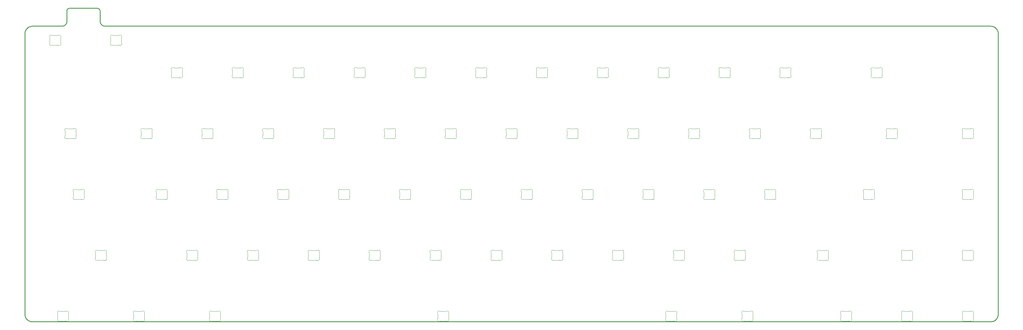
<source format=gbr>
%TF.GenerationSoftware,KiCad,Pcbnew,(6.0.8)*%
%TF.CreationDate,2023-04-08T01:55:34-04:00*%
%TF.ProjectId,keeb,6b656562-2e6b-4696-9361-645f70636258,rev?*%
%TF.SameCoordinates,Original*%
%TF.FileFunction,Profile,NP*%
%FSLAX46Y46*%
G04 Gerber Fmt 4.6, Leading zero omitted, Abs format (unit mm)*
G04 Created by KiCad (PCBNEW (6.0.8)) date 2023-04-08 01:55:34*
%MOMM*%
%LPD*%
G01*
G04 APERTURE LIST*
%ADD10C,0.250000*%
%TA.AperFunction,Profile*%
%ADD11C,0.250000*%
%TD*%
%TA.AperFunction,Profile*%
%ADD12C,0.100000*%
%TD*%
G04 APERTURE END LIST*
D10*
X85436050Y-66650565D02*
X85387637Y-66376239D01*
X85253863Y-66143063D01*
X85051920Y-65968230D01*
X84799003Y-65868935D01*
X84638210Y-65852726D01*
X75862180Y-65852726D02*
X75587854Y-65901138D01*
X75354678Y-66034912D01*
X75179845Y-66236854D01*
X75080550Y-66489771D01*
X75064341Y-66650565D01*
D11*
X61900283Y-73830967D02*
X61900283Y-161591396D01*
X207901743Y-71437500D02*
X364274862Y-71437500D01*
X64293750Y-71437500D02*
X73468713Y-71437500D01*
X366668304Y-73830967D02*
X366668304Y-161591396D01*
X75862180Y-65852726D02*
X84638210Y-65852726D01*
D10*
X85436050Y-69841847D02*
X85468466Y-70163426D01*
X85561440Y-70462946D01*
X85708555Y-70733990D01*
X85903394Y-70970143D01*
X86139541Y-71164987D01*
X86410582Y-71312105D01*
X86710099Y-71405081D01*
X87031678Y-71437500D01*
D11*
X87031678Y-71437500D02*
X207901743Y-71437500D01*
D10*
X64293750Y-71437500D02*
X63929250Y-71465077D01*
X63582009Y-71545104D01*
X63256086Y-71673518D01*
X62955543Y-71846262D01*
X62684440Y-72059273D01*
X62446837Y-72308492D01*
X62246795Y-72589859D01*
X62088374Y-72899314D01*
X61975636Y-73232796D01*
X61912640Y-73586246D01*
X61900283Y-73830967D01*
D11*
X64293750Y-163984864D02*
X364274862Y-163984864D01*
D10*
X364274862Y-163984864D02*
X364639349Y-163957286D01*
X364986581Y-163877259D01*
X365312498Y-163748844D01*
X365613038Y-163576101D01*
X365884140Y-163363090D01*
X366121743Y-163113871D01*
X366321786Y-162832503D01*
X366480209Y-162523048D01*
X366592949Y-162189566D01*
X366655946Y-161836117D01*
X366668304Y-161591396D01*
X73468713Y-71437500D02*
X73790291Y-71405081D01*
X74089808Y-71312105D01*
X74360849Y-71164987D01*
X74596996Y-70970143D01*
X74791835Y-70733990D01*
X74938950Y-70462946D01*
X75031924Y-70163426D01*
X75064341Y-69841847D01*
X61900283Y-161591396D02*
X61927861Y-161955901D01*
X62007889Y-162303146D01*
X62136306Y-162629070D01*
X62309051Y-162929614D01*
X62522065Y-163200716D01*
X62771286Y-163438317D01*
X63052653Y-163638357D01*
X63362108Y-163796775D01*
X63695588Y-163909512D01*
X64049033Y-163972506D01*
X64293750Y-163984864D01*
D11*
X75064341Y-66650565D02*
X75064341Y-69841847D01*
X85436050Y-66650565D02*
X85436050Y-69841847D01*
D10*
X366668304Y-73830942D02*
X366640725Y-73466443D01*
X366560695Y-73119203D01*
X366432276Y-72793283D01*
X366259529Y-72492743D01*
X366046515Y-72221643D01*
X365797294Y-71984044D01*
X365515928Y-71784005D01*
X365206478Y-71625587D01*
X364873005Y-71512851D01*
X364519570Y-71449857D01*
X364274862Y-71437500D01*
D12*
%TO.C,D56*%
X284955548Y-141692500D02*
X286544452Y-141692500D01*
X286544452Y-144692499D02*
X284955547Y-144692499D01*
X287449999Y-142489658D02*
X287449999Y-143895342D01*
X284050001Y-143895342D02*
X284050001Y-142489658D01*
X287499486Y-142272781D02*
G75*
G03*
X287449999Y-142489657I450454J-216869D01*
G01*
X286796710Y-144760800D02*
G75*
G03*
X287499484Y-144112220I252260J431700D01*
G01*
X287449998Y-143895342D02*
G75*
G03*
X287499484Y-144112220I499302J-158D01*
G01*
X286796711Y-144760799D02*
G75*
G03*
X286544453Y-144692500I-252261J-431711D01*
G01*
X284000516Y-144112220D02*
G75*
G03*
X284050001Y-143895343I-450505J216876D01*
G01*
X284955547Y-144692499D02*
G75*
G03*
X284703289Y-144760798I3J-500009D01*
G01*
X284050001Y-142489658D02*
G75*
G03*
X284000516Y-142272780I-499990J2D01*
G01*
X284703289Y-141624201D02*
G75*
G03*
X284000516Y-142272781I-252259J-431700D01*
G01*
X286544452Y-141692499D02*
G75*
G03*
X286796710Y-141624201I-2J500009D01*
G01*
X287499481Y-142272779D02*
G75*
G03*
X286796711Y-141624203I-450511J216879D01*
G01*
X284703289Y-141624201D02*
G75*
G03*
X284955548Y-141692500I252261J431710D01*
G01*
X284000515Y-144112220D02*
G75*
G03*
X284703289Y-144760798I450516J-216877D01*
G01*
%TO.C,D36*%
X161096548Y-122642500D02*
X162685452Y-122642500D01*
X163590999Y-123439658D02*
X163590999Y-124845342D01*
X162685452Y-125642499D02*
X161096547Y-125642499D01*
X160191001Y-124845342D02*
X160191001Y-123439658D01*
X160141515Y-125062220D02*
G75*
G03*
X160844289Y-125710798I450516J-216877D01*
G01*
X160844289Y-122574201D02*
G75*
G03*
X161096548Y-122642500I252261J431710D01*
G01*
X162937711Y-125710799D02*
G75*
G03*
X162685453Y-125642500I-252261J-431711D01*
G01*
X162685452Y-122642499D02*
G75*
G03*
X162937710Y-122574201I-2J500009D01*
G01*
X162937710Y-125710800D02*
G75*
G03*
X163640484Y-125062220I252260J431700D01*
G01*
X160844289Y-122574201D02*
G75*
G03*
X160141516Y-123222781I-252259J-431700D01*
G01*
X163640486Y-123222781D02*
G75*
G03*
X163590999Y-123439657I450454J-216869D01*
G01*
X163640481Y-123222779D02*
G75*
G03*
X162937711Y-122574203I-450511J216879D01*
G01*
X161096547Y-125642499D02*
G75*
G03*
X160844289Y-125710798I3J-500009D01*
G01*
X163590998Y-124845342D02*
G75*
G03*
X163640484Y-125062220I499302J-158D01*
G01*
X160141516Y-125062220D02*
G75*
G03*
X160191001Y-124845343I-450505J216876D01*
G01*
X160191001Y-123439658D02*
G75*
G03*
X160141516Y-123222780I-499990J2D01*
G01*
%TO.C,D20*%
X136412501Y-105795342D02*
X136412501Y-104389658D01*
X138906952Y-106592499D02*
X137318047Y-106592499D01*
X139812499Y-104389658D02*
X139812499Y-105795342D01*
X137318048Y-103592500D02*
X138906952Y-103592500D01*
X139159210Y-106660800D02*
G75*
G03*
X139861984Y-106012220I252260J431700D01*
G01*
X138906952Y-103592499D02*
G75*
G03*
X139159210Y-103524201I-2J500009D01*
G01*
X136412501Y-104389658D02*
G75*
G03*
X136363016Y-104172780I-499990J2D01*
G01*
X139861981Y-104172779D02*
G75*
G03*
X139159211Y-103524203I-450511J216879D01*
G01*
X137065789Y-103524201D02*
G75*
G03*
X136363016Y-104172781I-252259J-431700D01*
G01*
X139812498Y-105795342D02*
G75*
G03*
X139861984Y-106012220I499302J-158D01*
G01*
X139159211Y-106660799D02*
G75*
G03*
X138906953Y-106592500I-252261J-431711D01*
G01*
X137065789Y-103524201D02*
G75*
G03*
X137318048Y-103592500I252261J431710D01*
G01*
X136363016Y-106012220D02*
G75*
G03*
X136412501Y-105795343I-450505J216876D01*
G01*
X136363015Y-106012220D02*
G75*
G03*
X137065789Y-106660798I450516J-216877D01*
G01*
X139861986Y-104172781D02*
G75*
G03*
X139812499Y-104389657I450454J-216869D01*
G01*
X137318047Y-106592499D02*
G75*
G03*
X137065789Y-106660798I3J-500009D01*
G01*
%TO.C,D42*%
X277019452Y-125642499D02*
X275430547Y-125642499D01*
X277924999Y-123439658D02*
X277924999Y-124845342D01*
X275430548Y-122642500D02*
X277019452Y-122642500D01*
X274525001Y-124845342D02*
X274525001Y-123439658D01*
X277271710Y-125710800D02*
G75*
G03*
X277974484Y-125062220I252260J431700D01*
G01*
X275178289Y-122574201D02*
G75*
G03*
X275430548Y-122642500I252261J431710D01*
G01*
X277019452Y-122642499D02*
G75*
G03*
X277271710Y-122574201I-2J500009D01*
G01*
X277974481Y-123222779D02*
G75*
G03*
X277271711Y-122574203I-450511J216879D01*
G01*
X277974486Y-123222781D02*
G75*
G03*
X277924999Y-123439657I450454J-216869D01*
G01*
X274475515Y-125062220D02*
G75*
G03*
X275178289Y-125710798I450516J-216877D01*
G01*
X275178289Y-122574201D02*
G75*
G03*
X274475516Y-123222781I-252259J-431700D01*
G01*
X274525001Y-123439658D02*
G75*
G03*
X274475516Y-123222780I-499990J2D01*
G01*
X274475516Y-125062220D02*
G75*
G03*
X274525001Y-124845343I-450505J216876D01*
G01*
X277924998Y-124845342D02*
G75*
G03*
X277974484Y-125062220I499302J-158D01*
G01*
X277271711Y-125710799D02*
G75*
G03*
X277019453Y-125642500I-252261J-431711D01*
G01*
X275430547Y-125642499D02*
G75*
G03*
X275178289Y-125710798I3J-500009D01*
G01*
%TO.C,D24*%
X216012499Y-104389658D02*
X216012499Y-105795342D01*
X212612501Y-105795342D02*
X212612501Y-104389658D01*
X213518048Y-103592500D02*
X215106952Y-103592500D01*
X215106952Y-106592499D02*
X213518047Y-106592499D01*
X215359210Y-106660800D02*
G75*
G03*
X216061984Y-106012220I252260J431700D01*
G01*
X215106952Y-103592499D02*
G75*
G03*
X215359210Y-103524201I-2J500009D01*
G01*
X216061986Y-104172781D02*
G75*
G03*
X216012499Y-104389657I450454J-216869D01*
G01*
X213265789Y-103524201D02*
G75*
G03*
X212563016Y-104172781I-252259J-431700D01*
G01*
X215359211Y-106660799D02*
G75*
G03*
X215106953Y-106592500I-252261J-431711D01*
G01*
X212563015Y-106012220D02*
G75*
G03*
X213265789Y-106660798I450516J-216877D01*
G01*
X212612501Y-104389658D02*
G75*
G03*
X212563016Y-104172780I-499990J2D01*
G01*
X216061981Y-104172779D02*
G75*
G03*
X215359211Y-103524203I-450511J216879D01*
G01*
X213265789Y-103524201D02*
G75*
G03*
X213518048Y-103592500I252261J431710D01*
G01*
X216012498Y-105795342D02*
G75*
G03*
X216061984Y-106012220I499302J-158D01*
G01*
X213518047Y-106592499D02*
G75*
G03*
X213265789Y-106660798I3J-500009D01*
G01*
X212563016Y-106012220D02*
G75*
G03*
X212612501Y-105795343I-450505J216876D01*
G01*
%TO.C,D33*%
X105569452Y-125642499D02*
X103980547Y-125642499D01*
X106474999Y-123439658D02*
X106474999Y-124845342D01*
X103980548Y-122642500D02*
X105569452Y-122642500D01*
X103075001Y-124845342D02*
X103075001Y-123439658D01*
X103025516Y-125062220D02*
G75*
G03*
X103075001Y-124845343I-450505J216876D01*
G01*
X105821710Y-125710800D02*
G75*
G03*
X106524484Y-125062220I252260J431700D01*
G01*
X103075001Y-123439658D02*
G75*
G03*
X103025516Y-123222780I-499990J2D01*
G01*
X105569452Y-122642499D02*
G75*
G03*
X105821710Y-122574201I-2J500009D01*
G01*
X106524486Y-123222781D02*
G75*
G03*
X106474999Y-123439657I450454J-216869D01*
G01*
X103980547Y-125642499D02*
G75*
G03*
X103728289Y-125710798I3J-500009D01*
G01*
X103728289Y-122574201D02*
G75*
G03*
X103980548Y-122642500I252261J431710D01*
G01*
X103025515Y-125062220D02*
G75*
G03*
X103728289Y-125710798I450516J-216877D01*
G01*
X105821711Y-125710799D02*
G75*
G03*
X105569453Y-125642500I-252261J-431711D01*
G01*
X106474998Y-124845342D02*
G75*
G03*
X106524484Y-125062220I499302J-158D01*
G01*
X103728289Y-122574201D02*
G75*
G03*
X103025516Y-123222781I-252259J-431700D01*
G01*
X106524481Y-123222779D02*
G75*
G03*
X105821711Y-122574203I-450511J216879D01*
G01*
%TO.C,D46*%
X86519452Y-144692499D02*
X84930547Y-144692499D01*
X84930548Y-141692500D02*
X86519452Y-141692500D01*
X84025001Y-143895342D02*
X84025001Y-142489658D01*
X87424999Y-142489658D02*
X87424999Y-143895342D01*
X87474486Y-142272781D02*
G75*
G03*
X87424999Y-142489657I450454J-216869D01*
G01*
X84678289Y-141624201D02*
G75*
G03*
X84930548Y-141692500I252261J431710D01*
G01*
X86771711Y-144760799D02*
G75*
G03*
X86519453Y-144692500I-252261J-431711D01*
G01*
X86519452Y-141692499D02*
G75*
G03*
X86771710Y-141624201I-2J500009D01*
G01*
X84678289Y-141624201D02*
G75*
G03*
X83975516Y-142272781I-252259J-431700D01*
G01*
X87474481Y-142272779D02*
G75*
G03*
X86771711Y-141624203I-450511J216879D01*
G01*
X83975515Y-144112220D02*
G75*
G03*
X84678289Y-144760798I450516J-216877D01*
G01*
X84025001Y-142489658D02*
G75*
G03*
X83975516Y-142272780I-499990J2D01*
G01*
X86771710Y-144760800D02*
G75*
G03*
X87474484Y-144112220I252260J431700D01*
G01*
X87424998Y-143895342D02*
G75*
G03*
X87474484Y-144112220I499302J-158D01*
G01*
X84930547Y-144692499D02*
G75*
G03*
X84678289Y-144760798I3J-500009D01*
G01*
X83975516Y-144112220D02*
G75*
G03*
X84025001Y-143895343I-450505J216876D01*
G01*
%TO.C,D68*%
X355487501Y-162945342D02*
X355487501Y-161539658D01*
X357981952Y-163742499D02*
X356393047Y-163742499D01*
X356393048Y-160742500D02*
X357981952Y-160742500D01*
X358887499Y-161539658D02*
X358887499Y-162945342D01*
X355487501Y-161539658D02*
G75*
G03*
X355438016Y-161322780I-499990J2D01*
G01*
X358936981Y-161322779D02*
G75*
G03*
X358234211Y-160674203I-450511J216879D01*
G01*
X356140789Y-160674201D02*
G75*
G03*
X356393048Y-160742500I252261J431710D01*
G01*
X356140789Y-160674201D02*
G75*
G03*
X355438016Y-161322781I-252259J-431700D01*
G01*
X355438015Y-163162220D02*
G75*
G03*
X356140789Y-163810798I450516J-216877D01*
G01*
X356393047Y-163742499D02*
G75*
G03*
X356140789Y-163810798I3J-500009D01*
G01*
X357981952Y-160742499D02*
G75*
G03*
X358234210Y-160674201I-2J500009D01*
G01*
X358234211Y-163810799D02*
G75*
G03*
X357981953Y-163742500I-252261J-431711D01*
G01*
X355438016Y-163162220D02*
G75*
G03*
X355487501Y-162945343I-450505J216876D01*
G01*
X358887498Y-162945342D02*
G75*
G03*
X358936984Y-163162220I499302J-158D01*
G01*
X358936986Y-161322781D02*
G75*
G03*
X358887499Y-161539657I450454J-216869D01*
G01*
X358234210Y-163810800D02*
G75*
G03*
X358936984Y-163162220I252260J431700D01*
G01*
%TO.C,D43*%
X294480548Y-122642500D02*
X296069452Y-122642500D01*
X296069452Y-125642499D02*
X294480547Y-125642499D01*
X296974999Y-123439658D02*
X296974999Y-124845342D01*
X293575001Y-124845342D02*
X293575001Y-123439658D01*
X293525515Y-125062220D02*
G75*
G03*
X294228289Y-125710798I450516J-216877D01*
G01*
X296321710Y-125710800D02*
G75*
G03*
X297024484Y-125062220I252260J431700D01*
G01*
X296321711Y-125710799D02*
G75*
G03*
X296069453Y-125642500I-252261J-431711D01*
G01*
X294228289Y-122574201D02*
G75*
G03*
X293525516Y-123222781I-252259J-431700D01*
G01*
X294228289Y-122574201D02*
G75*
G03*
X294480548Y-122642500I252261J431710D01*
G01*
X293525516Y-125062220D02*
G75*
G03*
X293575001Y-124845343I-450505J216876D01*
G01*
X296069452Y-122642499D02*
G75*
G03*
X296321710Y-122574201I-2J500009D01*
G01*
X296974998Y-124845342D02*
G75*
G03*
X297024484Y-125062220I499302J-158D01*
G01*
X293575001Y-123439658D02*
G75*
G03*
X293525516Y-123222780I-499990J2D01*
G01*
X294480547Y-125642499D02*
G75*
G03*
X294228289Y-125710798I3J-500009D01*
G01*
X297024481Y-123222779D02*
G75*
G03*
X296321711Y-122574203I-450511J216879D01*
G01*
X297024486Y-123222781D02*
G75*
G03*
X296974999Y-123439657I450454J-216869D01*
G01*
%TO.C,D55*%
X265932853Y-141692500D02*
X267521757Y-141692500D01*
X265027306Y-143895342D02*
X265027306Y-142489658D01*
X267521757Y-144692499D02*
X265932852Y-144692499D01*
X268427304Y-142489658D02*
X268427304Y-143895342D01*
X265680594Y-141624201D02*
G75*
G03*
X264977821Y-142272781I-252259J-431700D01*
G01*
X264977821Y-144112220D02*
G75*
G03*
X265027306Y-143895343I-450505J216876D01*
G01*
X268476791Y-142272781D02*
G75*
G03*
X268427304Y-142489657I450454J-216869D01*
G01*
X265027306Y-142489658D02*
G75*
G03*
X264977821Y-142272780I-499990J2D01*
G01*
X265680594Y-141624201D02*
G75*
G03*
X265932853Y-141692500I252261J431710D01*
G01*
X267774015Y-144760800D02*
G75*
G03*
X268476789Y-144112220I252260J431700D01*
G01*
X268476786Y-142272779D02*
G75*
G03*
X267774016Y-141624203I-450511J216879D01*
G01*
X264977820Y-144112220D02*
G75*
G03*
X265680594Y-144760798I450516J-216877D01*
G01*
X265932852Y-144692499D02*
G75*
G03*
X265680594Y-144760798I3J-500009D01*
G01*
X267774016Y-144760799D02*
G75*
G03*
X267521758Y-144692500I-252261J-431711D01*
G01*
X268427303Y-143895342D02*
G75*
G03*
X268476789Y-144112220I499302J-158D01*
G01*
X267521757Y-141692499D02*
G75*
G03*
X267774015Y-141624201I-2J500009D01*
G01*
%TO.C,D37*%
X179275001Y-124845342D02*
X179275001Y-123439658D01*
X182674999Y-123439658D02*
X182674999Y-124845342D01*
X180180548Y-122642500D02*
X181769452Y-122642500D01*
X181769452Y-125642499D02*
X180180547Y-125642499D01*
X179225516Y-125062220D02*
G75*
G03*
X179275001Y-124845343I-450505J216876D01*
G01*
X182021711Y-125710799D02*
G75*
G03*
X181769453Y-125642500I-252261J-431711D01*
G01*
X182674998Y-124845342D02*
G75*
G03*
X182724484Y-125062220I499302J-158D01*
G01*
X181769452Y-122642499D02*
G75*
G03*
X182021710Y-122574201I-2J500009D01*
G01*
X179928289Y-122574201D02*
G75*
G03*
X180180548Y-122642500I252261J431710D01*
G01*
X182724486Y-123222781D02*
G75*
G03*
X182674999Y-123439657I450454J-216869D01*
G01*
X179225515Y-125062220D02*
G75*
G03*
X179928289Y-125710798I450516J-216877D01*
G01*
X179275001Y-123439658D02*
G75*
G03*
X179225516Y-123222780I-499990J2D01*
G01*
X182021710Y-125710800D02*
G75*
G03*
X182724484Y-125062220I252260J431700D01*
G01*
X180180547Y-125642499D02*
G75*
G03*
X179928289Y-125710798I3J-500009D01*
G01*
X179928289Y-122574201D02*
G75*
G03*
X179225516Y-123222781I-252259J-431700D01*
G01*
X182724481Y-123222779D02*
G75*
G03*
X182021711Y-122574203I-450511J216879D01*
G01*
%TO.C,D58*%
X337343048Y-141692500D02*
X338931952Y-141692500D01*
X336437501Y-143895342D02*
X336437501Y-142489658D01*
X338931952Y-144692499D02*
X337343047Y-144692499D01*
X339837499Y-142489658D02*
X339837499Y-143895342D01*
X339886986Y-142272781D02*
G75*
G03*
X339837499Y-142489657I450454J-216869D01*
G01*
X337090789Y-141624201D02*
G75*
G03*
X336388016Y-142272781I-252259J-431700D01*
G01*
X339184211Y-144760799D02*
G75*
G03*
X338931953Y-144692500I-252261J-431711D01*
G01*
X336437501Y-142489658D02*
G75*
G03*
X336388016Y-142272780I-499990J2D01*
G01*
X339184210Y-144760800D02*
G75*
G03*
X339886984Y-144112220I252260J431700D01*
G01*
X336388015Y-144112220D02*
G75*
G03*
X337090789Y-144760798I450516J-216877D01*
G01*
X336388016Y-144112220D02*
G75*
G03*
X336437501Y-143895343I-450505J216876D01*
G01*
X338931952Y-141692499D02*
G75*
G03*
X339184210Y-141624201I-2J500009D01*
G01*
X339837498Y-143895342D02*
G75*
G03*
X339886984Y-144112220I499302J-158D01*
G01*
X337090789Y-141624201D02*
G75*
G03*
X337343048Y-141692500I252261J431710D01*
G01*
X339886981Y-142272779D02*
G75*
G03*
X339184211Y-141624203I-450511J216879D01*
G01*
X337343047Y-144692499D02*
G75*
G03*
X337090789Y-144760798I3J-500009D01*
G01*
%TO.C,D25*%
X232582798Y-103592500D02*
X234171702Y-103592500D01*
X231677251Y-105795342D02*
X231677251Y-104389658D01*
X235077249Y-104389658D02*
X235077249Y-105795342D01*
X234171702Y-106592499D02*
X232582797Y-106592499D01*
X232330539Y-103524201D02*
G75*
G03*
X231627766Y-104172781I-252259J-431700D01*
G01*
X234171702Y-103592499D02*
G75*
G03*
X234423960Y-103524201I-2J500009D01*
G01*
X231627765Y-106012220D02*
G75*
G03*
X232330539Y-106660798I450516J-216877D01*
G01*
X235126731Y-104172779D02*
G75*
G03*
X234423961Y-103524203I-450511J216879D01*
G01*
X235077248Y-105795342D02*
G75*
G03*
X235126734Y-106012220I499302J-158D01*
G01*
X234423960Y-106660800D02*
G75*
G03*
X235126734Y-106012220I252260J431700D01*
G01*
X234423961Y-106660799D02*
G75*
G03*
X234171703Y-106592500I-252261J-431711D01*
G01*
X235126736Y-104172781D02*
G75*
G03*
X235077249Y-104389657I450454J-216869D01*
G01*
X231677251Y-104389658D02*
G75*
G03*
X231627766Y-104172780I-499990J2D01*
G01*
X231627766Y-106012220D02*
G75*
G03*
X231677251Y-105795343I-450505J216876D01*
G01*
X232330539Y-103524201D02*
G75*
G03*
X232582798Y-103592500I252261J431710D01*
G01*
X232582797Y-106592499D02*
G75*
G03*
X232330539Y-106660798I3J-500009D01*
G01*
%TO.C,D61*%
X99345999Y-161539658D02*
X99345999Y-162945342D01*
X95946001Y-162945342D02*
X95946001Y-161539658D01*
X96851548Y-160742500D02*
X98440452Y-160742500D01*
X98440452Y-163742499D02*
X96851547Y-163742499D01*
X99395481Y-161322779D02*
G75*
G03*
X98692711Y-160674203I-450511J216879D01*
G01*
X95946001Y-161539658D02*
G75*
G03*
X95896516Y-161322780I-499990J2D01*
G01*
X99345998Y-162945342D02*
G75*
G03*
X99395484Y-163162220I499302J-158D01*
G01*
X96851547Y-163742499D02*
G75*
G03*
X96599289Y-163810798I3J-500009D01*
G01*
X95896516Y-163162220D02*
G75*
G03*
X95946001Y-162945343I-450505J216876D01*
G01*
X96599289Y-160674201D02*
G75*
G03*
X96851548Y-160742500I252261J431710D01*
G01*
X96599289Y-160674201D02*
G75*
G03*
X95896516Y-161322781I-252259J-431700D01*
G01*
X95896515Y-163162220D02*
G75*
G03*
X96599289Y-163810798I450516J-216877D01*
G01*
X98440452Y-160742499D02*
G75*
G03*
X98692710Y-160674201I-2J500009D01*
G01*
X98692711Y-163810799D02*
G75*
G03*
X98440453Y-163742500I-252261J-431711D01*
G01*
X99395486Y-161322781D02*
G75*
G03*
X99345999Y-161539657I450454J-216869D01*
G01*
X98692710Y-163810800D02*
G75*
G03*
X99395484Y-163162220I252260J431700D01*
G01*
%TO.C,D5*%
X130302249Y-85339658D02*
X130302249Y-86745342D01*
X127807798Y-84542500D02*
X129396702Y-84542500D01*
X129396702Y-87542499D02*
X127807797Y-87542499D01*
X126902251Y-86745342D02*
X126902251Y-85339658D01*
X130351731Y-85122779D02*
G75*
G03*
X129648961Y-84474203I-450511J216879D01*
G01*
X129648961Y-87610799D02*
G75*
G03*
X129396703Y-87542500I-252261J-431711D01*
G01*
X130302248Y-86745342D02*
G75*
G03*
X130351734Y-86962220I499302J-158D01*
G01*
X130351736Y-85122781D02*
G75*
G03*
X130302249Y-85339657I450454J-216869D01*
G01*
X126852765Y-86962220D02*
G75*
G03*
X127555539Y-87610798I450516J-216877D01*
G01*
X126852766Y-86962220D02*
G75*
G03*
X126902251Y-86745343I-450505J216876D01*
G01*
X127807797Y-87542499D02*
G75*
G03*
X127555539Y-87610798I3J-500009D01*
G01*
X126902251Y-85339658D02*
G75*
G03*
X126852766Y-85122780I-499990J2D01*
G01*
X129648960Y-87610800D02*
G75*
G03*
X130351734Y-86962220I252260J431700D01*
G01*
X127555539Y-84474201D02*
G75*
G03*
X127807798Y-84542500I252261J431710D01*
G01*
X129396702Y-84542499D02*
G75*
G03*
X129648960Y-84474201I-2J500009D01*
G01*
X127555539Y-84474201D02*
G75*
G03*
X126852766Y-85122781I-252259J-431700D01*
G01*
%TO.C,D34*%
X122091001Y-124845342D02*
X122091001Y-123439658D01*
X125490999Y-123439658D02*
X125490999Y-124845342D01*
X124585452Y-125642499D02*
X122996547Y-125642499D01*
X122996548Y-122642500D02*
X124585452Y-122642500D01*
X122744289Y-122574201D02*
G75*
G03*
X122041516Y-123222781I-252259J-431700D01*
G01*
X122041516Y-125062220D02*
G75*
G03*
X122091001Y-124845343I-450505J216876D01*
G01*
X124585452Y-122642499D02*
G75*
G03*
X124837710Y-122574201I-2J500009D01*
G01*
X122744289Y-122574201D02*
G75*
G03*
X122996548Y-122642500I252261J431710D01*
G01*
X124837710Y-125710800D02*
G75*
G03*
X125540484Y-125062220I252260J431700D01*
G01*
X122091001Y-123439658D02*
G75*
G03*
X122041516Y-123222780I-499990J2D01*
G01*
X125540481Y-123222779D02*
G75*
G03*
X124837711Y-122574203I-450511J216879D01*
G01*
X125490998Y-124845342D02*
G75*
G03*
X125540484Y-125062220I499302J-158D01*
G01*
X125540486Y-123222781D02*
G75*
G03*
X125490999Y-123439657I450454J-216869D01*
G01*
X124837711Y-125710799D02*
G75*
G03*
X124585453Y-125642500I-252261J-431711D01*
G01*
X122996547Y-125642499D02*
G75*
G03*
X122744289Y-125710798I3J-500009D01*
G01*
X122041515Y-125062220D02*
G75*
G03*
X122744289Y-125710798I450516J-216877D01*
G01*
%TO.C,D31*%
X355487501Y-105795342D02*
X355487501Y-104389658D01*
X356393048Y-103592500D02*
X357981952Y-103592500D01*
X358887499Y-104389658D02*
X358887499Y-105795342D01*
X357981952Y-106592499D02*
X356393047Y-106592499D01*
X358936986Y-104172781D02*
G75*
G03*
X358887499Y-104389657I450454J-216869D01*
G01*
X358887498Y-105795342D02*
G75*
G03*
X358936984Y-106012220I499302J-158D01*
G01*
X356140789Y-103524201D02*
G75*
G03*
X355438016Y-104172781I-252259J-431700D01*
G01*
X357981952Y-103592499D02*
G75*
G03*
X358234210Y-103524201I-2J500009D01*
G01*
X358936981Y-104172779D02*
G75*
G03*
X358234211Y-103524203I-450511J216879D01*
G01*
X355487501Y-104389658D02*
G75*
G03*
X355438016Y-104172780I-499990J2D01*
G01*
X358234210Y-106660800D02*
G75*
G03*
X358936984Y-106012220I252260J431700D01*
G01*
X355438015Y-106012220D02*
G75*
G03*
X356140789Y-106660798I450516J-216877D01*
G01*
X356393047Y-106592499D02*
G75*
G03*
X356140789Y-106660798I3J-500009D01*
G01*
X358234211Y-106660799D02*
G75*
G03*
X357981953Y-106592500I-252261J-431711D01*
G01*
X355438016Y-106012220D02*
G75*
G03*
X355487501Y-105795343I-450505J216876D01*
G01*
X356140789Y-103524201D02*
G75*
G03*
X356393048Y-103592500I252261J431710D01*
G01*
%TO.C,D10*%
X225537499Y-85339658D02*
X225537499Y-86745342D01*
X223043048Y-84542500D02*
X224631952Y-84542500D01*
X222137501Y-86745342D02*
X222137501Y-85339658D01*
X224631952Y-87542499D02*
X223043047Y-87542499D01*
X222088015Y-86962220D02*
G75*
G03*
X222790789Y-87610798I450516J-216877D01*
G01*
X224884211Y-87610799D02*
G75*
G03*
X224631953Y-87542500I-252261J-431711D01*
G01*
X225586981Y-85122779D02*
G75*
G03*
X224884211Y-84474203I-450511J216879D01*
G01*
X224631952Y-84542499D02*
G75*
G03*
X224884210Y-84474201I-2J500009D01*
G01*
X222137501Y-85339658D02*
G75*
G03*
X222088016Y-85122780I-499990J2D01*
G01*
X222790789Y-84474201D02*
G75*
G03*
X223043048Y-84542500I252261J431710D01*
G01*
X225537498Y-86745342D02*
G75*
G03*
X225586984Y-86962220I499302J-158D01*
G01*
X222088016Y-86962220D02*
G75*
G03*
X222137501Y-86745343I-450505J216876D01*
G01*
X223043047Y-87542499D02*
G75*
G03*
X222790789Y-87610798I3J-500009D01*
G01*
X225586986Y-85122781D02*
G75*
G03*
X225537499Y-85339657I450454J-216869D01*
G01*
X222790789Y-84474201D02*
G75*
G03*
X222088016Y-85122781I-252259J-431700D01*
G01*
X224884210Y-87610800D02*
G75*
G03*
X225586984Y-86962220I252260J431700D01*
G01*
%TO.C,D44*%
X327897249Y-123439658D02*
X327897249Y-124845342D01*
X326991702Y-125642499D02*
X325402797Y-125642499D01*
X325402798Y-122642500D02*
X326991702Y-122642500D01*
X324497251Y-124845342D02*
X324497251Y-123439658D01*
X325402797Y-125642499D02*
G75*
G03*
X325150539Y-125710798I3J-500009D01*
G01*
X327946736Y-123222781D02*
G75*
G03*
X327897249Y-123439657I450454J-216869D01*
G01*
X325150539Y-122574201D02*
G75*
G03*
X324447766Y-123222781I-252259J-431700D01*
G01*
X324447766Y-125062220D02*
G75*
G03*
X324497251Y-124845343I-450505J216876D01*
G01*
X327243961Y-125710799D02*
G75*
G03*
X326991703Y-125642500I-252261J-431711D01*
G01*
X324447765Y-125062220D02*
G75*
G03*
X325150539Y-125710798I450516J-216877D01*
G01*
X325150539Y-122574201D02*
G75*
G03*
X325402798Y-122642500I252261J431710D01*
G01*
X327243960Y-125710800D02*
G75*
G03*
X327946734Y-125062220I252260J431700D01*
G01*
X327946731Y-123222779D02*
G75*
G03*
X327243961Y-122574203I-450511J216879D01*
G01*
X327897248Y-124845342D02*
G75*
G03*
X327946734Y-125062220I499302J-158D01*
G01*
X326991702Y-122642499D02*
G75*
G03*
X327243960Y-122574201I-2J500009D01*
G01*
X324497251Y-123439658D02*
G75*
G03*
X324447766Y-123222780I-499990J2D01*
G01*
%TO.C,D19*%
X120777249Y-104389658D02*
X120777249Y-105795342D01*
X119871702Y-106592499D02*
X118282797Y-106592499D01*
X117377251Y-105795342D02*
X117377251Y-104389658D01*
X118282798Y-103592500D02*
X119871702Y-103592500D01*
X117327766Y-106012220D02*
G75*
G03*
X117377251Y-105795343I-450505J216876D01*
G01*
X118030539Y-103524201D02*
G75*
G03*
X118282798Y-103592500I252261J431710D01*
G01*
X120123960Y-106660800D02*
G75*
G03*
X120826734Y-106012220I252260J431700D01*
G01*
X120777248Y-105795342D02*
G75*
G03*
X120826734Y-106012220I499302J-158D01*
G01*
X120826736Y-104172781D02*
G75*
G03*
X120777249Y-104389657I450454J-216869D01*
G01*
X117327765Y-106012220D02*
G75*
G03*
X118030539Y-106660798I450516J-216877D01*
G01*
X117377251Y-104389658D02*
G75*
G03*
X117327766Y-104172780I-499990J2D01*
G01*
X120826731Y-104172779D02*
G75*
G03*
X120123961Y-103524203I-450511J216879D01*
G01*
X118282797Y-106592499D02*
G75*
G03*
X118030539Y-106660798I3J-500009D01*
G01*
X120123961Y-106660799D02*
G75*
G03*
X119871703Y-106592500I-252261J-431711D01*
G01*
X118030539Y-103524201D02*
G75*
G03*
X117327766Y-104172781I-252259J-431700D01*
G01*
X119871702Y-103592499D02*
G75*
G03*
X120123960Y-103524201I-2J500009D01*
G01*
%TO.C,D48*%
X134159202Y-144692499D02*
X132570297Y-144692499D01*
X135064749Y-142489658D02*
X135064749Y-143895342D01*
X131664751Y-143895342D02*
X131664751Y-142489658D01*
X132570298Y-141692500D02*
X134159202Y-141692500D01*
X132318039Y-141624201D02*
G75*
G03*
X131615266Y-142272781I-252259J-431700D01*
G01*
X132570297Y-144692499D02*
G75*
G03*
X132318039Y-144760798I3J-500009D01*
G01*
X135064748Y-143895342D02*
G75*
G03*
X135114234Y-144112220I499302J-158D01*
G01*
X134159202Y-141692499D02*
G75*
G03*
X134411460Y-141624201I-2J500009D01*
G01*
X131664751Y-142489658D02*
G75*
G03*
X131615266Y-142272780I-499990J2D01*
G01*
X131615266Y-144112220D02*
G75*
G03*
X131664751Y-143895343I-450505J216876D01*
G01*
X131615265Y-144112220D02*
G75*
G03*
X132318039Y-144760798I450516J-216877D01*
G01*
X135114231Y-142272779D02*
G75*
G03*
X134411461Y-141624203I-450511J216879D01*
G01*
X134411460Y-144760800D02*
G75*
G03*
X135114234Y-144112220I252260J431700D01*
G01*
X134411461Y-144760799D02*
G75*
G03*
X134159203Y-144692500I-252261J-431711D01*
G01*
X132318039Y-141624201D02*
G75*
G03*
X132570298Y-141692500I252261J431710D01*
G01*
X135114236Y-142272781D02*
G75*
G03*
X135064749Y-142489657I450454J-216869D01*
G01*
%TO.C,D47*%
X116014749Y-142489658D02*
X116014749Y-143895342D01*
X115109202Y-144692499D02*
X113520297Y-144692499D01*
X113520298Y-141692500D02*
X115109202Y-141692500D01*
X112614751Y-143895342D02*
X112614751Y-142489658D01*
X113520297Y-144692499D02*
G75*
G03*
X113268039Y-144760798I3J-500009D01*
G01*
X113268039Y-141624201D02*
G75*
G03*
X112565266Y-142272781I-252259J-431700D01*
G01*
X116014748Y-143895342D02*
G75*
G03*
X116064234Y-144112220I499302J-158D01*
G01*
X112565265Y-144112220D02*
G75*
G03*
X113268039Y-144760798I450516J-216877D01*
G01*
X115361460Y-144760800D02*
G75*
G03*
X116064234Y-144112220I252260J431700D01*
G01*
X112565266Y-144112220D02*
G75*
G03*
X112614751Y-143895343I-450505J216876D01*
G01*
X112614751Y-142489658D02*
G75*
G03*
X112565266Y-142272780I-499990J2D01*
G01*
X116064236Y-142272781D02*
G75*
G03*
X116014749Y-142489657I450454J-216869D01*
G01*
X115361461Y-144760799D02*
G75*
G03*
X115109203Y-144692500I-252261J-431711D01*
G01*
X115109202Y-141692499D02*
G75*
G03*
X115361460Y-141624201I-2J500009D01*
G01*
X113268039Y-141624201D02*
G75*
G03*
X113520298Y-141692500I252261J431710D01*
G01*
X116064231Y-142272779D02*
G75*
G03*
X115361461Y-141624203I-450511J216879D01*
G01*
%TO.C,D66*%
X320787499Y-161539658D02*
X320787499Y-162945342D01*
X318293048Y-160742500D02*
X319881952Y-160742500D01*
X317387501Y-162945342D02*
X317387501Y-161539658D01*
X319881952Y-163742499D02*
X318293047Y-163742499D01*
X317387501Y-161539658D02*
G75*
G03*
X317338016Y-161322780I-499990J2D01*
G01*
X320787498Y-162945342D02*
G75*
G03*
X320836984Y-163162220I499302J-158D01*
G01*
X317338015Y-163162220D02*
G75*
G03*
X318040789Y-163810798I450516J-216877D01*
G01*
X320134211Y-163810799D02*
G75*
G03*
X319881953Y-163742500I-252261J-431711D01*
G01*
X320836981Y-161322779D02*
G75*
G03*
X320134211Y-160674203I-450511J216879D01*
G01*
X318040789Y-160674201D02*
G75*
G03*
X318293048Y-160742500I252261J431710D01*
G01*
X320134210Y-163810800D02*
G75*
G03*
X320836984Y-163162220I252260J431700D01*
G01*
X318293047Y-163742499D02*
G75*
G03*
X318040789Y-163810798I3J-500009D01*
G01*
X317338016Y-163162220D02*
G75*
G03*
X317387501Y-162945343I-450505J216876D01*
G01*
X319881952Y-160742499D02*
G75*
G03*
X320134210Y-160674201I-2J500009D01*
G01*
X318040789Y-160674201D02*
G75*
G03*
X317338016Y-161322781I-252259J-431700D01*
G01*
X320836986Y-161322781D02*
G75*
G03*
X320787499Y-161539657I450454J-216869D01*
G01*
%TO.C,D41*%
X257969452Y-125642499D02*
X256380547Y-125642499D01*
X258874999Y-123439658D02*
X258874999Y-124845342D01*
X256380548Y-122642500D02*
X257969452Y-122642500D01*
X255475001Y-124845342D02*
X255475001Y-123439658D01*
X256128289Y-122574201D02*
G75*
G03*
X256380548Y-122642500I252261J431710D01*
G01*
X255425515Y-125062220D02*
G75*
G03*
X256128289Y-125710798I450516J-216877D01*
G01*
X255475001Y-123439658D02*
G75*
G03*
X255425516Y-123222780I-499990J2D01*
G01*
X255425516Y-125062220D02*
G75*
G03*
X255475001Y-124845343I-450505J216876D01*
G01*
X258874998Y-124845342D02*
G75*
G03*
X258924484Y-125062220I499302J-158D01*
G01*
X256380547Y-125642499D02*
G75*
G03*
X256128289Y-125710798I3J-500009D01*
G01*
X258924486Y-123222781D02*
G75*
G03*
X258874999Y-123439657I450454J-216869D01*
G01*
X258221710Y-125710800D02*
G75*
G03*
X258924484Y-125062220I252260J431700D01*
G01*
X256128289Y-122574201D02*
G75*
G03*
X255425516Y-123222781I-252259J-431700D01*
G01*
X257969452Y-122642499D02*
G75*
G03*
X258221710Y-122574201I-2J500009D01*
G01*
X258924481Y-123222779D02*
G75*
G03*
X258221711Y-122574203I-450511J216879D01*
G01*
X258221711Y-125710799D02*
G75*
G03*
X257969453Y-125642500I-252261J-431711D01*
G01*
%TO.C,D2*%
X73137499Y-75179658D02*
X73137499Y-76585342D01*
X70643048Y-74382501D02*
X72231953Y-74382501D01*
X69737501Y-76585342D02*
X69737501Y-75179658D01*
X72231952Y-77382500D02*
X70643048Y-77382500D01*
X72231953Y-74382501D02*
G75*
G03*
X72484211Y-74314202I-3J500009D01*
G01*
X73186985Y-74962780D02*
G75*
G03*
X72484211Y-74314202I-450516J216877D01*
G01*
X73137499Y-76585342D02*
G75*
G03*
X73186984Y-76802220I499990J-2D01*
G01*
X73186984Y-74962780D02*
G75*
G03*
X73137499Y-75179657I450505J-216876D01*
G01*
X69688014Y-76802219D02*
G75*
G03*
X69737501Y-76585343I-450454J216869D01*
G01*
X70390790Y-74314200D02*
G75*
G03*
X69688016Y-74962780I-252260J-431700D01*
G01*
X69688019Y-76802221D02*
G75*
G03*
X70390789Y-77450797I450511J-216879D01*
G01*
X72484211Y-77450799D02*
G75*
G03*
X73186984Y-76802219I252259J431700D01*
G01*
X70390789Y-74314201D02*
G75*
G03*
X70643047Y-74382500I252261J431711D01*
G01*
X70643048Y-77382501D02*
G75*
G03*
X70390790Y-77450799I2J-500009D01*
G01*
X72484211Y-77450799D02*
G75*
G03*
X72231952Y-77382500I-252261J-431710D01*
G01*
X69737502Y-75179658D02*
G75*
G03*
X69688016Y-74962780I-499302J158D01*
G01*
%TO.C,D53*%
X229394452Y-144692499D02*
X227805547Y-144692499D01*
X230299999Y-142489658D02*
X230299999Y-143895342D01*
X227805548Y-141692500D02*
X229394452Y-141692500D01*
X226900001Y-143895342D02*
X226900001Y-142489658D01*
X226850516Y-144112220D02*
G75*
G03*
X226900001Y-143895343I-450505J216876D01*
G01*
X227553289Y-141624201D02*
G75*
G03*
X226850516Y-142272781I-252259J-431700D01*
G01*
X229646710Y-144760800D02*
G75*
G03*
X230349484Y-144112220I252260J431700D01*
G01*
X226900001Y-142489658D02*
G75*
G03*
X226850516Y-142272780I-499990J2D01*
G01*
X229646711Y-144760799D02*
G75*
G03*
X229394453Y-144692500I-252261J-431711D01*
G01*
X227553289Y-141624201D02*
G75*
G03*
X227805548Y-141692500I252261J431710D01*
G01*
X229394452Y-141692499D02*
G75*
G03*
X229646710Y-141624201I-2J500009D01*
G01*
X226850515Y-144112220D02*
G75*
G03*
X227553289Y-144760798I450516J-216877D01*
G01*
X230349486Y-142272781D02*
G75*
G03*
X230299999Y-142489657I450454J-216869D01*
G01*
X230349481Y-142272779D02*
G75*
G03*
X229646711Y-141624203I-450511J216879D01*
G01*
X230299998Y-143895342D02*
G75*
G03*
X230349484Y-144112220I499302J-158D01*
G01*
X227805547Y-144692499D02*
G75*
G03*
X227553289Y-144760798I3J-500009D01*
G01*
%TO.C,D21*%
X157971702Y-106592499D02*
X156382797Y-106592499D01*
X155477251Y-105795342D02*
X155477251Y-104389658D01*
X156382798Y-103592500D02*
X157971702Y-103592500D01*
X158877249Y-104389658D02*
X158877249Y-105795342D01*
X156130539Y-103524201D02*
G75*
G03*
X155427766Y-104172781I-252259J-431700D01*
G01*
X156382797Y-106592499D02*
G75*
G03*
X156130539Y-106660798I3J-500009D01*
G01*
X158223961Y-106660799D02*
G75*
G03*
X157971703Y-106592500I-252261J-431711D01*
G01*
X155427765Y-106012220D02*
G75*
G03*
X156130539Y-106660798I450516J-216877D01*
G01*
X158926736Y-104172781D02*
G75*
G03*
X158877249Y-104389657I450454J-216869D01*
G01*
X157971702Y-103592499D02*
G75*
G03*
X158223960Y-103524201I-2J500009D01*
G01*
X158877248Y-105795342D02*
G75*
G03*
X158926734Y-106012220I499302J-158D01*
G01*
X156130539Y-103524201D02*
G75*
G03*
X156382798Y-103592500I252261J431710D01*
G01*
X155477251Y-104389658D02*
G75*
G03*
X155427766Y-104172780I-499990J2D01*
G01*
X158223960Y-106660800D02*
G75*
G03*
X158926734Y-106012220I252260J431700D01*
G01*
X155427766Y-106012220D02*
G75*
G03*
X155477251Y-105795343I-450505J216876D01*
G01*
X158926731Y-104172779D02*
G75*
G03*
X158223961Y-103524203I-450511J216879D01*
G01*
%TO.C,D63*%
X192101555Y-160742500D02*
X193690459Y-160742500D01*
X194596006Y-161539658D02*
X194596006Y-162945342D01*
X193690459Y-163742499D02*
X192101554Y-163742499D01*
X191196008Y-162945342D02*
X191196008Y-161539658D01*
X194596005Y-162945342D02*
G75*
G03*
X194645491Y-163162220I499302J-158D01*
G01*
X191196008Y-161539658D02*
G75*
G03*
X191146523Y-161322780I-499990J2D01*
G01*
X193690459Y-160742499D02*
G75*
G03*
X193942717Y-160674201I-2J500009D01*
G01*
X194645493Y-161322781D02*
G75*
G03*
X194596006Y-161539657I450454J-216869D01*
G01*
X191146523Y-163162220D02*
G75*
G03*
X191196008Y-162945343I-450505J216876D01*
G01*
X191849296Y-160674201D02*
G75*
G03*
X192101555Y-160742500I252261J431710D01*
G01*
X193942718Y-163810799D02*
G75*
G03*
X193690460Y-163742500I-252261J-431711D01*
G01*
X191849296Y-160674201D02*
G75*
G03*
X191146523Y-161322781I-252259J-431700D01*
G01*
X192101554Y-163742499D02*
G75*
G03*
X191849296Y-163810798I3J-500009D01*
G01*
X191146522Y-163162220D02*
G75*
G03*
X191849296Y-163810798I450516J-216877D01*
G01*
X194645488Y-161322779D02*
G75*
G03*
X193942718Y-160674203I-450511J216879D01*
G01*
X193942717Y-163810800D02*
G75*
G03*
X194645491Y-163162220I252260J431700D01*
G01*
%TO.C,D6*%
X148446702Y-87542499D02*
X146857797Y-87542499D01*
X145952251Y-86745342D02*
X145952251Y-85339658D01*
X146857798Y-84542500D02*
X148446702Y-84542500D01*
X149352249Y-85339658D02*
X149352249Y-86745342D01*
X146605539Y-84474201D02*
G75*
G03*
X146857798Y-84542500I252261J431710D01*
G01*
X145902766Y-86962220D02*
G75*
G03*
X145952251Y-86745343I-450505J216876D01*
G01*
X149401731Y-85122779D02*
G75*
G03*
X148698961Y-84474203I-450511J216879D01*
G01*
X146605539Y-84474201D02*
G75*
G03*
X145902766Y-85122781I-252259J-431700D01*
G01*
X145952251Y-85339658D02*
G75*
G03*
X145902766Y-85122780I-499990J2D01*
G01*
X149401736Y-85122781D02*
G75*
G03*
X149352249Y-85339657I450454J-216869D01*
G01*
X148446702Y-84542499D02*
G75*
G03*
X148698960Y-84474201I-2J500009D01*
G01*
X145902765Y-86962220D02*
G75*
G03*
X146605539Y-87610798I450516J-216877D01*
G01*
X149352248Y-86745342D02*
G75*
G03*
X149401734Y-86962220I499302J-158D01*
G01*
X146857797Y-87542499D02*
G75*
G03*
X146605539Y-87610798I3J-500009D01*
G01*
X148698961Y-87610799D02*
G75*
G03*
X148446703Y-87542500I-252261J-431711D01*
G01*
X148698960Y-87610800D02*
G75*
G03*
X149401734Y-86962220I252260J431700D01*
G01*
%TO.C,D18*%
X98327251Y-105795342D02*
X98327251Y-104389658D01*
X100821702Y-106592499D02*
X99232797Y-106592499D01*
X99232798Y-103592500D02*
X100821702Y-103592500D01*
X101727249Y-104389658D02*
X101727249Y-105795342D01*
X101727248Y-105795342D02*
G75*
G03*
X101776734Y-106012220I499302J-158D01*
G01*
X101776731Y-104172779D02*
G75*
G03*
X101073961Y-103524203I-450511J216879D01*
G01*
X98277765Y-106012220D02*
G75*
G03*
X98980539Y-106660798I450516J-216877D01*
G01*
X98277766Y-106012220D02*
G75*
G03*
X98327251Y-105795343I-450505J216876D01*
G01*
X98327251Y-104389658D02*
G75*
G03*
X98277766Y-104172780I-499990J2D01*
G01*
X99232797Y-106592499D02*
G75*
G03*
X98980539Y-106660798I3J-500009D01*
G01*
X101073961Y-106660799D02*
G75*
G03*
X100821703Y-106592500I-252261J-431711D01*
G01*
X100821702Y-103592499D02*
G75*
G03*
X101073960Y-103524201I-2J500009D01*
G01*
X101776736Y-104172781D02*
G75*
G03*
X101727249Y-104389657I450454J-216869D01*
G01*
X98980539Y-103524201D02*
G75*
G03*
X99232798Y-103592500I252261J431710D01*
G01*
X101073960Y-106660800D02*
G75*
G03*
X101776734Y-106012220I252260J431700D01*
G01*
X98980539Y-103524201D02*
G75*
G03*
X98277766Y-104172781I-252259J-431700D01*
G01*
%TO.C,D54*%
X248444452Y-144692499D02*
X246855547Y-144692499D01*
X249349999Y-142489658D02*
X249349999Y-143895342D01*
X245950001Y-143895342D02*
X245950001Y-142489658D01*
X246855548Y-141692500D02*
X248444452Y-141692500D01*
X248696710Y-144760800D02*
G75*
G03*
X249399484Y-144112220I252260J431700D01*
G01*
X249399481Y-142272779D02*
G75*
G03*
X248696711Y-141624203I-450511J216879D01*
G01*
X248444452Y-141692499D02*
G75*
G03*
X248696710Y-141624201I-2J500009D01*
G01*
X249349998Y-143895342D02*
G75*
G03*
X249399484Y-144112220I499302J-158D01*
G01*
X246855547Y-144692499D02*
G75*
G03*
X246603289Y-144760798I3J-500009D01*
G01*
X249399486Y-142272781D02*
G75*
G03*
X249349999Y-142489657I450454J-216869D01*
G01*
X246603289Y-141624201D02*
G75*
G03*
X246855548Y-141692500I252261J431710D01*
G01*
X246603289Y-141624201D02*
G75*
G03*
X245900516Y-142272781I-252259J-431700D01*
G01*
X245900515Y-144112220D02*
G75*
G03*
X246603289Y-144760798I450516J-216877D01*
G01*
X245900516Y-144112220D02*
G75*
G03*
X245950001Y-143895343I-450505J216876D01*
G01*
X245950001Y-142489658D02*
G75*
G03*
X245900516Y-142272780I-499990J2D01*
G01*
X248696711Y-144760799D02*
G75*
G03*
X248444453Y-144692500I-252261J-431711D01*
G01*
%TO.C,D32*%
X78009048Y-122642500D02*
X79597952Y-122642500D01*
X80503499Y-123439658D02*
X80503499Y-124845342D01*
X79597952Y-125642499D02*
X78009047Y-125642499D01*
X77103501Y-124845342D02*
X77103501Y-123439658D01*
X79597952Y-122642499D02*
G75*
G03*
X79850210Y-122574201I-2J500009D01*
G01*
X79850210Y-125710800D02*
G75*
G03*
X80552984Y-125062220I252260J431700D01*
G01*
X77756789Y-122574201D02*
G75*
G03*
X77054016Y-123222781I-252259J-431700D01*
G01*
X77054015Y-125062220D02*
G75*
G03*
X77756789Y-125710798I450516J-216877D01*
G01*
X80552981Y-123222779D02*
G75*
G03*
X79850211Y-122574203I-450511J216879D01*
G01*
X78009047Y-125642499D02*
G75*
G03*
X77756789Y-125710798I3J-500009D01*
G01*
X77756789Y-122574201D02*
G75*
G03*
X78009048Y-122642500I252261J431710D01*
G01*
X80552986Y-123222781D02*
G75*
G03*
X80503499Y-123439657I450454J-216869D01*
G01*
X77054016Y-125062220D02*
G75*
G03*
X77103501Y-124845343I-450505J216876D01*
G01*
X77103501Y-123439658D02*
G75*
G03*
X77054016Y-123222780I-499990J2D01*
G01*
X79850211Y-125710799D02*
G75*
G03*
X79597953Y-125642500I-252261J-431711D01*
G01*
X80503498Y-124845342D02*
G75*
G03*
X80552984Y-125062220I499302J-158D01*
G01*
%TO.C,D27*%
X270668048Y-103592500D02*
X272256952Y-103592500D01*
X269762501Y-105795342D02*
X269762501Y-104389658D01*
X273162499Y-104389658D02*
X273162499Y-105795342D01*
X272256952Y-106592499D02*
X270668047Y-106592499D01*
X270668047Y-106592499D02*
G75*
G03*
X270415789Y-106660798I3J-500009D01*
G01*
X270415789Y-103524201D02*
G75*
G03*
X270668048Y-103592500I252261J431710D01*
G01*
X270415789Y-103524201D02*
G75*
G03*
X269713016Y-104172781I-252259J-431700D01*
G01*
X272256952Y-103592499D02*
G75*
G03*
X272509210Y-103524201I-2J500009D01*
G01*
X273211981Y-104172779D02*
G75*
G03*
X272509211Y-103524203I-450511J216879D01*
G01*
X269762501Y-104389658D02*
G75*
G03*
X269713016Y-104172780I-499990J2D01*
G01*
X273162498Y-105795342D02*
G75*
G03*
X273211984Y-106012220I499302J-158D01*
G01*
X269713016Y-106012220D02*
G75*
G03*
X269762501Y-105795343I-450505J216876D01*
G01*
X272509211Y-106660799D02*
G75*
G03*
X272256953Y-106592500I-252261J-431711D01*
G01*
X272509210Y-106660800D02*
G75*
G03*
X273211984Y-106012220I252260J431700D01*
G01*
X273211986Y-104172781D02*
G75*
G03*
X273162499Y-104389657I450454J-216869D01*
G01*
X269713015Y-106012220D02*
G75*
G03*
X270415789Y-106660798I450516J-216877D01*
G01*
%TO.C,D12*%
X260252251Y-86745342D02*
X260252251Y-85339658D01*
X262746702Y-87542499D02*
X261157797Y-87542499D01*
X261157798Y-84542500D02*
X262746702Y-84542500D01*
X263652249Y-85339658D02*
X263652249Y-86745342D01*
X260252251Y-85339658D02*
G75*
G03*
X260202766Y-85122780I-499990J2D01*
G01*
X263652248Y-86745342D02*
G75*
G03*
X263701734Y-86962220I499302J-158D01*
G01*
X262998961Y-87610799D02*
G75*
G03*
X262746703Y-87542500I-252261J-431711D01*
G01*
X263701731Y-85122779D02*
G75*
G03*
X262998961Y-84474203I-450511J216879D01*
G01*
X263701736Y-85122781D02*
G75*
G03*
X263652249Y-85339657I450454J-216869D01*
G01*
X262746702Y-84542499D02*
G75*
G03*
X262998960Y-84474201I-2J500009D01*
G01*
X260202765Y-86962220D02*
G75*
G03*
X260905539Y-87610798I450516J-216877D01*
G01*
X260202766Y-86962220D02*
G75*
G03*
X260252251Y-86745343I-450505J216876D01*
G01*
X262998960Y-87610800D02*
G75*
G03*
X263701734Y-86962220I252260J431700D01*
G01*
X260905539Y-84474201D02*
G75*
G03*
X260202766Y-85122781I-252259J-431700D01*
G01*
X260905539Y-84474201D02*
G75*
G03*
X261157798Y-84542500I252261J431710D01*
G01*
X261157797Y-87542499D02*
G75*
G03*
X260905539Y-87610798I3J-500009D01*
G01*
%TO.C,D30*%
X331689751Y-105795342D02*
X331689751Y-104389658D01*
X335089749Y-104389658D02*
X335089749Y-105795342D01*
X332595298Y-103592500D02*
X334184202Y-103592500D01*
X334184202Y-106592499D02*
X332595297Y-106592499D01*
X335089748Y-105795342D02*
G75*
G03*
X335139234Y-106012220I499302J-158D01*
G01*
X334184202Y-103592499D02*
G75*
G03*
X334436460Y-103524201I-2J500009D01*
G01*
X332595297Y-106592499D02*
G75*
G03*
X332343039Y-106660798I3J-500009D01*
G01*
X332343039Y-103524201D02*
G75*
G03*
X332595298Y-103592500I252261J431710D01*
G01*
X332343039Y-103524201D02*
G75*
G03*
X331640266Y-104172781I-252259J-431700D01*
G01*
X331640265Y-106012220D02*
G75*
G03*
X332343039Y-106660798I450516J-216877D01*
G01*
X331689751Y-104389658D02*
G75*
G03*
X331640266Y-104172780I-499990J2D01*
G01*
X331640266Y-106012220D02*
G75*
G03*
X331689751Y-105795343I-450505J216876D01*
G01*
X334436460Y-106660800D02*
G75*
G03*
X335139234Y-106012220I252260J431700D01*
G01*
X335139231Y-104172779D02*
G75*
G03*
X334436461Y-103524203I-450511J216879D01*
G01*
X335139236Y-104172781D02*
G75*
G03*
X335089749Y-104389657I450454J-216869D01*
G01*
X334436461Y-106660799D02*
G75*
G03*
X334184203Y-106592500I-252261J-431711D01*
G01*
%TO.C,D22*%
X177912499Y-104389658D02*
X177912499Y-105795342D01*
X175418048Y-103592500D02*
X177006952Y-103592500D01*
X174512501Y-105795342D02*
X174512501Y-104389658D01*
X177006952Y-106592499D02*
X175418047Y-106592499D01*
X175165789Y-103524201D02*
G75*
G03*
X175418048Y-103592500I252261J431710D01*
G01*
X177912498Y-105795342D02*
G75*
G03*
X177961984Y-106012220I499302J-158D01*
G01*
X177259210Y-106660800D02*
G75*
G03*
X177961984Y-106012220I252260J431700D01*
G01*
X177006952Y-103592499D02*
G75*
G03*
X177259210Y-103524201I-2J500009D01*
G01*
X177961981Y-104172779D02*
G75*
G03*
X177259211Y-103524203I-450511J216879D01*
G01*
X174463016Y-106012220D02*
G75*
G03*
X174512501Y-105795343I-450505J216876D01*
G01*
X177259211Y-106660799D02*
G75*
G03*
X177006953Y-106592500I-252261J-431711D01*
G01*
X177961986Y-104172781D02*
G75*
G03*
X177912499Y-104389657I450454J-216869D01*
G01*
X175418047Y-106592499D02*
G75*
G03*
X175165789Y-106660798I3J-500009D01*
G01*
X174512501Y-104389658D02*
G75*
G03*
X174463016Y-104172780I-499990J2D01*
G01*
X175165789Y-103524201D02*
G75*
G03*
X174463016Y-104172781I-252259J-431700D01*
G01*
X174463015Y-106012220D02*
G75*
G03*
X175165789Y-106660798I450516J-216877D01*
G01*
%TO.C,D50*%
X172244452Y-144692499D02*
X170655547Y-144692499D01*
X173149999Y-142489658D02*
X173149999Y-143895342D01*
X170655548Y-141692500D02*
X172244452Y-141692500D01*
X169750001Y-143895342D02*
X169750001Y-142489658D01*
X170655547Y-144692499D02*
G75*
G03*
X170403289Y-144760798I3J-500009D01*
G01*
X173199481Y-142272779D02*
G75*
G03*
X172496711Y-141624203I-450511J216879D01*
G01*
X172244452Y-141692499D02*
G75*
G03*
X172496710Y-141624201I-2J500009D01*
G01*
X169700515Y-144112220D02*
G75*
G03*
X170403289Y-144760798I450516J-216877D01*
G01*
X172496711Y-144760799D02*
G75*
G03*
X172244453Y-144692500I-252261J-431711D01*
G01*
X170403289Y-141624201D02*
G75*
G03*
X169700516Y-142272781I-252259J-431700D01*
G01*
X172496710Y-144760800D02*
G75*
G03*
X173199484Y-144112220I252260J431700D01*
G01*
X173199486Y-142272781D02*
G75*
G03*
X173149999Y-142489657I450454J-216869D01*
G01*
X169750001Y-142489658D02*
G75*
G03*
X169700516Y-142272780I-499990J2D01*
G01*
X169700516Y-144112220D02*
G75*
G03*
X169750001Y-143895343I-450505J216876D01*
G01*
X173149998Y-143895342D02*
G75*
G03*
X173199484Y-144112220I499302J-158D01*
G01*
X170403289Y-141624201D02*
G75*
G03*
X170655548Y-141692500I252261J431710D01*
G01*
%TO.C,D62*%
X119758501Y-162945342D02*
X119758501Y-161539658D01*
X120664048Y-160742500D02*
X122252952Y-160742500D01*
X123158499Y-161539658D02*
X123158499Y-162945342D01*
X122252952Y-163742499D02*
X120664047Y-163742499D01*
X119709016Y-163162220D02*
G75*
G03*
X119758501Y-162945343I-450505J216876D01*
G01*
X120411789Y-160674201D02*
G75*
G03*
X119709016Y-161322781I-252259J-431700D01*
G01*
X120664047Y-163742499D02*
G75*
G03*
X120411789Y-163810798I3J-500009D01*
G01*
X123207981Y-161322779D02*
G75*
G03*
X122505211Y-160674203I-450511J216879D01*
G01*
X122505210Y-163810800D02*
G75*
G03*
X123207984Y-163162220I252260J431700D01*
G01*
X123158498Y-162945342D02*
G75*
G03*
X123207984Y-163162220I499302J-158D01*
G01*
X122505211Y-163810799D02*
G75*
G03*
X122252953Y-163742500I-252261J-431711D01*
G01*
X122252952Y-160742499D02*
G75*
G03*
X122505210Y-160674201I-2J500009D01*
G01*
X120411789Y-160674201D02*
G75*
G03*
X120664048Y-160742500I252261J431710D01*
G01*
X119709015Y-163162220D02*
G75*
G03*
X120411789Y-163810798I450516J-216877D01*
G01*
X119758501Y-161539658D02*
G75*
G03*
X119709016Y-161322780I-499990J2D01*
G01*
X123207986Y-161322781D02*
G75*
G03*
X123158499Y-161539657I450454J-216869D01*
G01*
%TO.C,D3*%
X88802251Y-76585342D02*
X88802251Y-75179658D01*
X89707798Y-74382501D02*
X91296703Y-74382501D01*
X91296702Y-77382500D02*
X89707798Y-77382500D01*
X92202249Y-75179658D02*
X92202249Y-76585342D01*
X91548961Y-77450799D02*
G75*
G03*
X92251734Y-76802219I252259J431700D01*
G01*
X92251734Y-74962780D02*
G75*
G03*
X92202249Y-75179657I450505J-216876D01*
G01*
X88802252Y-75179658D02*
G75*
G03*
X88752766Y-74962780I-499302J158D01*
G01*
X89455539Y-74314201D02*
G75*
G03*
X89707797Y-74382500I252261J431711D01*
G01*
X91548961Y-77450799D02*
G75*
G03*
X91296702Y-77382500I-252261J-431710D01*
G01*
X88752769Y-76802221D02*
G75*
G03*
X89455539Y-77450797I450511J-216879D01*
G01*
X89707798Y-77382501D02*
G75*
G03*
X89455540Y-77450799I2J-500009D01*
G01*
X92251735Y-74962780D02*
G75*
G03*
X91548961Y-74314202I-450516J216877D01*
G01*
X89455540Y-74314200D02*
G75*
G03*
X88752766Y-74962780I-252260J-431700D01*
G01*
X91296703Y-74382501D02*
G75*
G03*
X91548961Y-74314202I-3J500009D01*
G01*
X88752764Y-76802219D02*
G75*
G03*
X88802251Y-76585343I-450454J216869D01*
G01*
X92202249Y-76585342D02*
G75*
G03*
X92251734Y-76802220I499990J-2D01*
G01*
%TO.C,D11*%
X244602249Y-85339658D02*
X244602249Y-86745342D01*
X243696702Y-87542499D02*
X242107797Y-87542499D01*
X241202251Y-86745342D02*
X241202251Y-85339658D01*
X242107798Y-84542500D02*
X243696702Y-84542500D01*
X241152766Y-86962220D02*
G75*
G03*
X241202251Y-86745343I-450505J216876D01*
G01*
X241855539Y-84474201D02*
G75*
G03*
X242107798Y-84542500I252261J431710D01*
G01*
X244602248Y-86745342D02*
G75*
G03*
X244651734Y-86962220I499302J-158D01*
G01*
X241855539Y-84474201D02*
G75*
G03*
X241152766Y-85122781I-252259J-431700D01*
G01*
X243948961Y-87610799D02*
G75*
G03*
X243696703Y-87542500I-252261J-431711D01*
G01*
X241152765Y-86962220D02*
G75*
G03*
X241855539Y-87610798I450516J-216877D01*
G01*
X244651736Y-85122781D02*
G75*
G03*
X244602249Y-85339657I450454J-216869D01*
G01*
X243696702Y-84542499D02*
G75*
G03*
X243948960Y-84474201I-2J500009D01*
G01*
X242107797Y-87542499D02*
G75*
G03*
X241855539Y-87610798I3J-500009D01*
G01*
X243948960Y-87610800D02*
G75*
G03*
X244651734Y-86962220I252260J431700D01*
G01*
X244651731Y-85122779D02*
G75*
G03*
X243948961Y-84474203I-450511J216879D01*
G01*
X241202251Y-85339658D02*
G75*
G03*
X241152766Y-85122780I-499990J2D01*
G01*
%TO.C,D26*%
X250712501Y-105795342D02*
X250712501Y-104389658D01*
X251618048Y-103592500D02*
X253206952Y-103592500D01*
X254112499Y-104389658D02*
X254112499Y-105795342D01*
X253206952Y-106592499D02*
X251618047Y-106592499D01*
X254161986Y-104172781D02*
G75*
G03*
X254112499Y-104389657I450454J-216869D01*
G01*
X253459210Y-106660800D02*
G75*
G03*
X254161984Y-106012220I252260J431700D01*
G01*
X251618047Y-106592499D02*
G75*
G03*
X251365789Y-106660798I3J-500009D01*
G01*
X251365789Y-103524201D02*
G75*
G03*
X250663016Y-104172781I-252259J-431700D01*
G01*
X253459211Y-106660799D02*
G75*
G03*
X253206953Y-106592500I-252261J-431711D01*
G01*
X254161981Y-104172779D02*
G75*
G03*
X253459211Y-103524203I-450511J216879D01*
G01*
X253206952Y-103592499D02*
G75*
G03*
X253459210Y-103524201I-2J500009D01*
G01*
X254112498Y-105795342D02*
G75*
G03*
X254161984Y-106012220I499302J-158D01*
G01*
X250663016Y-106012220D02*
G75*
G03*
X250712501Y-105795343I-450505J216876D01*
G01*
X250663015Y-106012220D02*
G75*
G03*
X251365789Y-106660798I450516J-216877D01*
G01*
X251365789Y-103524201D02*
G75*
G03*
X251618048Y-103592500I252261J431710D01*
G01*
X250712501Y-104389658D02*
G75*
G03*
X250663016Y-104172780I-499990J2D01*
G01*
%TO.C,D35*%
X141141001Y-124845342D02*
X141141001Y-123439658D01*
X144540999Y-123439658D02*
X144540999Y-124845342D01*
X142046548Y-122642500D02*
X143635452Y-122642500D01*
X143635452Y-125642499D02*
X142046547Y-125642499D01*
X144540998Y-124845342D02*
G75*
G03*
X144590484Y-125062220I499302J-158D01*
G01*
X142046547Y-125642499D02*
G75*
G03*
X141794289Y-125710798I3J-500009D01*
G01*
X143887710Y-125710800D02*
G75*
G03*
X144590484Y-125062220I252260J431700D01*
G01*
X144590486Y-123222781D02*
G75*
G03*
X144540999Y-123439657I450454J-216869D01*
G01*
X141794289Y-122574201D02*
G75*
G03*
X141091516Y-123222781I-252259J-431700D01*
G01*
X144590481Y-123222779D02*
G75*
G03*
X143887711Y-122574203I-450511J216879D01*
G01*
X143887711Y-125710799D02*
G75*
G03*
X143635453Y-125642500I-252261J-431711D01*
G01*
X141091516Y-125062220D02*
G75*
G03*
X141141001Y-124845343I-450505J216876D01*
G01*
X143635452Y-122642499D02*
G75*
G03*
X143887710Y-122574201I-2J500009D01*
G01*
X141141001Y-123439658D02*
G75*
G03*
X141091516Y-123222780I-499990J2D01*
G01*
X141091515Y-125062220D02*
G75*
G03*
X141794289Y-125710798I450516J-216877D01*
G01*
X141794289Y-122574201D02*
G75*
G03*
X142046548Y-122642500I252261J431710D01*
G01*
%TO.C,D14*%
X300846702Y-87542499D02*
X299257797Y-87542499D01*
X301752249Y-85339658D02*
X301752249Y-86745342D01*
X298352251Y-86745342D02*
X298352251Y-85339658D01*
X299257798Y-84542500D02*
X300846702Y-84542500D01*
X300846702Y-84542499D02*
G75*
G03*
X301098960Y-84474201I-2J500009D01*
G01*
X301098961Y-87610799D02*
G75*
G03*
X300846703Y-87542500I-252261J-431711D01*
G01*
X301752248Y-86745342D02*
G75*
G03*
X301801734Y-86962220I499302J-158D01*
G01*
X301801736Y-85122781D02*
G75*
G03*
X301752249Y-85339657I450454J-216869D01*
G01*
X298302765Y-86962220D02*
G75*
G03*
X299005539Y-87610798I450516J-216877D01*
G01*
X301801731Y-85122779D02*
G75*
G03*
X301098961Y-84474203I-450511J216879D01*
G01*
X299005539Y-84474201D02*
G75*
G03*
X298302766Y-85122781I-252259J-431700D01*
G01*
X299257797Y-87542499D02*
G75*
G03*
X299005539Y-87610798I3J-500009D01*
G01*
X299005539Y-84474201D02*
G75*
G03*
X299257798Y-84542500I252261J431710D01*
G01*
X298352251Y-85339658D02*
G75*
G03*
X298302766Y-85122780I-499990J2D01*
G01*
X298302766Y-86962220D02*
G75*
G03*
X298352251Y-86745343I-450505J216876D01*
G01*
X301098960Y-87610800D02*
G75*
G03*
X301801734Y-86962220I252260J431700D01*
G01*
%TO.C,D4*%
X110331952Y-87542499D02*
X108743047Y-87542499D01*
X111237499Y-85339658D02*
X111237499Y-86745342D01*
X108743048Y-84542500D02*
X110331952Y-84542500D01*
X107837501Y-86745342D02*
X107837501Y-85339658D01*
X108490789Y-84474201D02*
G75*
G03*
X108743048Y-84542500I252261J431710D01*
G01*
X110584210Y-87610800D02*
G75*
G03*
X111286984Y-86962220I252260J431700D01*
G01*
X107788016Y-86962220D02*
G75*
G03*
X107837501Y-86745343I-450505J216876D01*
G01*
X107788015Y-86962220D02*
G75*
G03*
X108490789Y-87610798I450516J-216877D01*
G01*
X108490789Y-84474201D02*
G75*
G03*
X107788016Y-85122781I-252259J-431700D01*
G01*
X111286981Y-85122779D02*
G75*
G03*
X110584211Y-84474203I-450511J216879D01*
G01*
X110331952Y-84542499D02*
G75*
G03*
X110584210Y-84474201I-2J500009D01*
G01*
X111237498Y-86745342D02*
G75*
G03*
X111286984Y-86962220I499302J-158D01*
G01*
X108743047Y-87542499D02*
G75*
G03*
X108490789Y-87610798I3J-500009D01*
G01*
X107837501Y-85339658D02*
G75*
G03*
X107788016Y-85122780I-499990J2D01*
G01*
X111286986Y-85122781D02*
G75*
G03*
X111237499Y-85339657I450454J-216869D01*
G01*
X110584211Y-87610799D02*
G75*
G03*
X110331953Y-87542500I-252261J-431711D01*
G01*
%TO.C,D57*%
X313463554Y-142489658D02*
X313463554Y-143895342D01*
X312558007Y-144692499D02*
X310969102Y-144692499D01*
X310063556Y-143895342D02*
X310063556Y-142489658D01*
X310969103Y-141692500D02*
X312558007Y-141692500D01*
X310014071Y-144112220D02*
G75*
G03*
X310063556Y-143895343I-450505J216876D01*
G01*
X310716844Y-141624201D02*
G75*
G03*
X310014071Y-142272781I-252259J-431700D01*
G01*
X313463553Y-143895342D02*
G75*
G03*
X313513039Y-144112220I499302J-158D01*
G01*
X310716844Y-141624201D02*
G75*
G03*
X310969103Y-141692500I252261J431710D01*
G01*
X313513041Y-142272781D02*
G75*
G03*
X313463554Y-142489657I450454J-216869D01*
G01*
X310063556Y-142489658D02*
G75*
G03*
X310014071Y-142272780I-499990J2D01*
G01*
X312810265Y-144760800D02*
G75*
G03*
X313513039Y-144112220I252260J431700D01*
G01*
X312810266Y-144760799D02*
G75*
G03*
X312558008Y-144692500I-252261J-431711D01*
G01*
X310014070Y-144112220D02*
G75*
G03*
X310716844Y-144760798I450516J-216877D01*
G01*
X312558007Y-141692499D02*
G75*
G03*
X312810265Y-141624201I-2J500009D01*
G01*
X310969102Y-144692499D02*
G75*
G03*
X310716844Y-144760798I3J-500009D01*
G01*
X313513036Y-142272779D02*
G75*
G03*
X312810266Y-141624203I-450511J216879D01*
G01*
%TO.C,D28*%
X288812501Y-105795342D02*
X288812501Y-104389658D01*
X291306952Y-106592499D02*
X289718047Y-106592499D01*
X289718048Y-103592500D02*
X291306952Y-103592500D01*
X292212499Y-104389658D02*
X292212499Y-105795342D01*
X289465789Y-103524201D02*
G75*
G03*
X288763016Y-104172781I-252259J-431700D01*
G01*
X292261986Y-104172781D02*
G75*
G03*
X292212499Y-104389657I450454J-216869D01*
G01*
X289718047Y-106592499D02*
G75*
G03*
X289465789Y-106660798I3J-500009D01*
G01*
X292212498Y-105795342D02*
G75*
G03*
X292261984Y-106012220I499302J-158D01*
G01*
X289465789Y-103524201D02*
G75*
G03*
X289718048Y-103592500I252261J431710D01*
G01*
X291559210Y-106660800D02*
G75*
G03*
X292261984Y-106012220I252260J431700D01*
G01*
X291306952Y-103592499D02*
G75*
G03*
X291559210Y-103524201I-2J500009D01*
G01*
X291559211Y-106660799D02*
G75*
G03*
X291306953Y-106592500I-252261J-431711D01*
G01*
X288812501Y-104389658D02*
G75*
G03*
X288763016Y-104172780I-499990J2D01*
G01*
X288763015Y-106012220D02*
G75*
G03*
X289465789Y-106660798I450516J-216877D01*
G01*
X292261981Y-104172779D02*
G75*
G03*
X291559211Y-103524203I-450511J216879D01*
G01*
X288763016Y-106012220D02*
G75*
G03*
X288812501Y-105795343I-450505J216876D01*
G01*
%TO.C,D59*%
X356393048Y-141692500D02*
X357981952Y-141692500D01*
X355487501Y-143895342D02*
X355487501Y-142489658D01*
X358887499Y-142489658D02*
X358887499Y-143895342D01*
X357981952Y-144692499D02*
X356393047Y-144692499D01*
X356140789Y-141624201D02*
G75*
G03*
X356393048Y-141692500I252261J431710D01*
G01*
X358936981Y-142272779D02*
G75*
G03*
X358234211Y-141624203I-450511J216879D01*
G01*
X358234211Y-144760799D02*
G75*
G03*
X357981953Y-144692500I-252261J-431711D01*
G01*
X357981952Y-141692499D02*
G75*
G03*
X358234210Y-141624201I-2J500009D01*
G01*
X355487501Y-142489658D02*
G75*
G03*
X355438016Y-142272780I-499990J2D01*
G01*
X355438015Y-144112220D02*
G75*
G03*
X356140789Y-144760798I450516J-216877D01*
G01*
X356393047Y-144692499D02*
G75*
G03*
X356140789Y-144760798I3J-500009D01*
G01*
X358234210Y-144760800D02*
G75*
G03*
X358936984Y-144112220I252260J431700D01*
G01*
X355438016Y-144112220D02*
G75*
G03*
X355487501Y-143895343I-450505J216876D01*
G01*
X358887498Y-143895342D02*
G75*
G03*
X358936984Y-144112220I499302J-158D01*
G01*
X356140789Y-141624201D02*
G75*
G03*
X355438016Y-142272781I-252259J-431700D01*
G01*
X358936986Y-142272781D02*
G75*
G03*
X358887499Y-142489657I450454J-216869D01*
G01*
%TO.C,D38*%
X198325001Y-124845342D02*
X198325001Y-123439658D01*
X201724999Y-123439658D02*
X201724999Y-124845342D01*
X199230548Y-122642500D02*
X200819452Y-122642500D01*
X200819452Y-125642499D02*
X199230547Y-125642499D01*
X201774486Y-123222781D02*
G75*
G03*
X201724999Y-123439657I450454J-216869D01*
G01*
X201724998Y-124845342D02*
G75*
G03*
X201774484Y-125062220I499302J-158D01*
G01*
X198325001Y-123439658D02*
G75*
G03*
X198275516Y-123222780I-499990J2D01*
G01*
X198978289Y-122574201D02*
G75*
G03*
X198275516Y-123222781I-252259J-431700D01*
G01*
X200819452Y-122642499D02*
G75*
G03*
X201071710Y-122574201I-2J500009D01*
G01*
X201071711Y-125710799D02*
G75*
G03*
X200819453Y-125642500I-252261J-431711D01*
G01*
X198978289Y-122574201D02*
G75*
G03*
X199230548Y-122642500I252261J431710D01*
G01*
X198275515Y-125062220D02*
G75*
G03*
X198978289Y-125710798I450516J-216877D01*
G01*
X198275516Y-125062220D02*
G75*
G03*
X198325001Y-124845343I-450505J216876D01*
G01*
X201071710Y-125710800D02*
G75*
G03*
X201774484Y-125062220I252260J431700D01*
G01*
X199230547Y-125642499D02*
G75*
G03*
X198978289Y-125710798I3J-500009D01*
G01*
X201774481Y-123222779D02*
G75*
G03*
X201071711Y-122574203I-450511J216879D01*
G01*
%TO.C,D67*%
X339837499Y-161539658D02*
X339837499Y-162945342D01*
X337343048Y-160742500D02*
X338931952Y-160742500D01*
X338931952Y-163742499D02*
X337343047Y-163742499D01*
X336437501Y-162945342D02*
X336437501Y-161539658D01*
X337090789Y-160674201D02*
G75*
G03*
X337343048Y-160742500I252261J431710D01*
G01*
X337090789Y-160674201D02*
G75*
G03*
X336388016Y-161322781I-252259J-431700D01*
G01*
X339886986Y-161322781D02*
G75*
G03*
X339837499Y-161539657I450454J-216869D01*
G01*
X339886981Y-161322779D02*
G75*
G03*
X339184211Y-160674203I-450511J216879D01*
G01*
X338931952Y-160742499D02*
G75*
G03*
X339184210Y-160674201I-2J500009D01*
G01*
X339837498Y-162945342D02*
G75*
G03*
X339886984Y-163162220I499302J-158D01*
G01*
X339184210Y-163810800D02*
G75*
G03*
X339886984Y-163162220I252260J431700D01*
G01*
X336437501Y-161539658D02*
G75*
G03*
X336388016Y-161322780I-499990J2D01*
G01*
X336388015Y-163162220D02*
G75*
G03*
X337090789Y-163810798I450516J-216877D01*
G01*
X336388016Y-163162220D02*
G75*
G03*
X336437501Y-162945343I-450505J216876D01*
G01*
X337343047Y-163742499D02*
G75*
G03*
X337090789Y-163810798I3J-500009D01*
G01*
X339184211Y-163810799D02*
G75*
G03*
X338931953Y-163742500I-252261J-431711D01*
G01*
%TO.C,D15*%
X330312499Y-85339658D02*
X330312499Y-86745342D01*
X327818048Y-84542500D02*
X329406952Y-84542500D01*
X326912501Y-86745342D02*
X326912501Y-85339658D01*
X329406952Y-87542499D02*
X327818047Y-87542499D01*
X329659210Y-87610800D02*
G75*
G03*
X330361984Y-86962220I252260J431700D01*
G01*
X330361986Y-85122781D02*
G75*
G03*
X330312499Y-85339657I450454J-216869D01*
G01*
X327818047Y-87542499D02*
G75*
G03*
X327565789Y-87610798I3J-500009D01*
G01*
X330361981Y-85122779D02*
G75*
G03*
X329659211Y-84474203I-450511J216879D01*
G01*
X329659211Y-87610799D02*
G75*
G03*
X329406953Y-87542500I-252261J-431711D01*
G01*
X327565789Y-84474201D02*
G75*
G03*
X326863016Y-85122781I-252259J-431700D01*
G01*
X329406952Y-84542499D02*
G75*
G03*
X329659210Y-84474201I-2J500009D01*
G01*
X327565789Y-84474201D02*
G75*
G03*
X327818048Y-84542500I252261J431710D01*
G01*
X330312498Y-86745342D02*
G75*
G03*
X330361984Y-86962220I499302J-158D01*
G01*
X326912501Y-85339658D02*
G75*
G03*
X326863016Y-85122780I-499990J2D01*
G01*
X326863015Y-86962220D02*
G75*
G03*
X327565789Y-87610798I450516J-216877D01*
G01*
X326863016Y-86962220D02*
G75*
G03*
X326912501Y-86745343I-450505J216876D01*
G01*
%TO.C,D64*%
X266018749Y-161539658D02*
X266018749Y-162945342D01*
X263524298Y-160742500D02*
X265113202Y-160742500D01*
X262618751Y-162945342D02*
X262618751Y-161539658D01*
X265113202Y-163742499D02*
X263524297Y-163742499D01*
X263272039Y-160674201D02*
G75*
G03*
X263524298Y-160742500I252261J431710D01*
G01*
X263524297Y-163742499D02*
G75*
G03*
X263272039Y-163810798I3J-500009D01*
G01*
X263272039Y-160674201D02*
G75*
G03*
X262569266Y-161322781I-252259J-431700D01*
G01*
X262618751Y-161539658D02*
G75*
G03*
X262569266Y-161322780I-499990J2D01*
G01*
X262569265Y-163162220D02*
G75*
G03*
X263272039Y-163810798I450516J-216877D01*
G01*
X266068231Y-161322779D02*
G75*
G03*
X265365461Y-160674203I-450511J216879D01*
G01*
X265365460Y-163810800D02*
G75*
G03*
X266068234Y-163162220I252260J431700D01*
G01*
X265113202Y-160742499D02*
G75*
G03*
X265365460Y-160674201I-2J500009D01*
G01*
X266018748Y-162945342D02*
G75*
G03*
X266068234Y-163162220I499302J-158D01*
G01*
X266068236Y-161322781D02*
G75*
G03*
X266018749Y-161539657I450454J-216869D01*
G01*
X262569266Y-163162220D02*
G75*
G03*
X262618751Y-162945343I-450505J216876D01*
G01*
X265365461Y-163810799D02*
G75*
G03*
X265113203Y-163742500I-252261J-431711D01*
G01*
%TO.C,D9*%
X204007798Y-84542500D02*
X205596702Y-84542500D01*
X203102251Y-86745342D02*
X203102251Y-85339658D01*
X205596702Y-87542499D02*
X204007797Y-87542499D01*
X206502249Y-85339658D02*
X206502249Y-86745342D01*
X206551731Y-85122779D02*
G75*
G03*
X205848961Y-84474203I-450511J216879D01*
G01*
X203755539Y-84474201D02*
G75*
G03*
X203052766Y-85122781I-252259J-431700D01*
G01*
X205848960Y-87610800D02*
G75*
G03*
X206551734Y-86962220I252260J431700D01*
G01*
X205596702Y-84542499D02*
G75*
G03*
X205848960Y-84474201I-2J500009D01*
G01*
X206551736Y-85122781D02*
G75*
G03*
X206502249Y-85339657I450454J-216869D01*
G01*
X203755539Y-84474201D02*
G75*
G03*
X204007798Y-84542500I252261J431710D01*
G01*
X203052766Y-86962220D02*
G75*
G03*
X203102251Y-86745343I-450505J216876D01*
G01*
X203052765Y-86962220D02*
G75*
G03*
X203755539Y-87610798I450516J-216877D01*
G01*
X204007797Y-87542499D02*
G75*
G03*
X203755539Y-87610798I3J-500009D01*
G01*
X205848961Y-87610799D02*
G75*
G03*
X205596703Y-87542500I-252261J-431711D01*
G01*
X206502248Y-86745342D02*
G75*
G03*
X206551734Y-86962220I499302J-158D01*
G01*
X203102251Y-85339658D02*
G75*
G03*
X203052766Y-85122780I-499990J2D01*
G01*
%TO.C,D29*%
X308768048Y-103592500D02*
X310356952Y-103592500D01*
X307862501Y-105795342D02*
X307862501Y-104389658D01*
X310356952Y-106592499D02*
X308768047Y-106592499D01*
X311262499Y-104389658D02*
X311262499Y-105795342D01*
X308515789Y-103524201D02*
G75*
G03*
X308768048Y-103592500I252261J431710D01*
G01*
X310356952Y-103592499D02*
G75*
G03*
X310609210Y-103524201I-2J500009D01*
G01*
X311311981Y-104172779D02*
G75*
G03*
X310609211Y-103524203I-450511J216879D01*
G01*
X307813016Y-106012220D02*
G75*
G03*
X307862501Y-105795343I-450505J216876D01*
G01*
X310609210Y-106660800D02*
G75*
G03*
X311311984Y-106012220I252260J431700D01*
G01*
X307813015Y-106012220D02*
G75*
G03*
X308515789Y-106660798I450516J-216877D01*
G01*
X307862501Y-104389658D02*
G75*
G03*
X307813016Y-104172780I-499990J2D01*
G01*
X308515789Y-103524201D02*
G75*
G03*
X307813016Y-104172781I-252259J-431700D01*
G01*
X311311986Y-104172781D02*
G75*
G03*
X311262499Y-104389657I450454J-216869D01*
G01*
X310609211Y-106660799D02*
G75*
G03*
X310356953Y-106592500I-252261J-431711D01*
G01*
X311262498Y-105795342D02*
G75*
G03*
X311311984Y-106012220I499302J-158D01*
G01*
X308768047Y-106592499D02*
G75*
G03*
X308515789Y-106660798I3J-500009D01*
G01*
%TO.C,D23*%
X196056952Y-106592499D02*
X194468047Y-106592499D01*
X194468048Y-103592500D02*
X196056952Y-103592500D01*
X196962499Y-104389658D02*
X196962499Y-105795342D01*
X193562501Y-105795342D02*
X193562501Y-104389658D01*
X193513016Y-106012220D02*
G75*
G03*
X193562501Y-105795343I-450505J216876D01*
G01*
X196309211Y-106660799D02*
G75*
G03*
X196056953Y-106592500I-252261J-431711D01*
G01*
X194215789Y-103524201D02*
G75*
G03*
X193513016Y-104172781I-252259J-431700D01*
G01*
X196962498Y-105795342D02*
G75*
G03*
X197011984Y-106012220I499302J-158D01*
G01*
X193513015Y-106012220D02*
G75*
G03*
X194215789Y-106660798I450516J-216877D01*
G01*
X196309210Y-106660800D02*
G75*
G03*
X197011984Y-106012220I252260J431700D01*
G01*
X197011981Y-104172779D02*
G75*
G03*
X196309211Y-103524203I-450511J216879D01*
G01*
X194215789Y-103524201D02*
G75*
G03*
X194468048Y-103592500I252261J431710D01*
G01*
X193562501Y-104389658D02*
G75*
G03*
X193513016Y-104172780I-499990J2D01*
G01*
X194468047Y-106592499D02*
G75*
G03*
X194215789Y-106660798I3J-500009D01*
G01*
X197011986Y-104172781D02*
G75*
G03*
X196962499Y-104389657I450454J-216869D01*
G01*
X196056952Y-103592499D02*
G75*
G03*
X196309210Y-103524201I-2J500009D01*
G01*
%TO.C,D52*%
X208829353Y-141692500D02*
X210418257Y-141692500D01*
X211323804Y-142489658D02*
X211323804Y-143895342D01*
X210418257Y-144692499D02*
X208829352Y-144692499D01*
X207923806Y-143895342D02*
X207923806Y-142489658D01*
X208577094Y-141624201D02*
G75*
G03*
X208829353Y-141692500I252261J431710D01*
G01*
X211373291Y-142272781D02*
G75*
G03*
X211323804Y-142489657I450454J-216869D01*
G01*
X210670515Y-144760800D02*
G75*
G03*
X211373289Y-144112220I252260J431700D01*
G01*
X208829352Y-144692499D02*
G75*
G03*
X208577094Y-144760798I3J-500009D01*
G01*
X210418257Y-141692499D02*
G75*
G03*
X210670515Y-141624201I-2J500009D01*
G01*
X207874320Y-144112220D02*
G75*
G03*
X208577094Y-144760798I450516J-216877D01*
G01*
X211373286Y-142272779D02*
G75*
G03*
X210670516Y-141624203I-450511J216879D01*
G01*
X211323803Y-143895342D02*
G75*
G03*
X211373289Y-144112220I499302J-158D01*
G01*
X210670516Y-144760799D02*
G75*
G03*
X210418258Y-144692500I-252261J-431711D01*
G01*
X208577094Y-141624201D02*
G75*
G03*
X207874321Y-142272781I-252259J-431700D01*
G01*
X207923806Y-142489658D02*
G75*
G03*
X207874321Y-142272780I-499990J2D01*
G01*
X207874321Y-144112220D02*
G75*
G03*
X207923806Y-143895343I-450505J216876D01*
G01*
%TO.C,D8*%
X186546702Y-87542499D02*
X184957797Y-87542499D01*
X184052251Y-86745342D02*
X184052251Y-85339658D01*
X184957798Y-84542500D02*
X186546702Y-84542500D01*
X187452249Y-85339658D02*
X187452249Y-86745342D01*
X186798961Y-87610799D02*
G75*
G03*
X186546703Y-87542500I-252261J-431711D01*
G01*
X184705539Y-84474201D02*
G75*
G03*
X184957798Y-84542500I252261J431710D01*
G01*
X184705539Y-84474201D02*
G75*
G03*
X184002766Y-85122781I-252259J-431700D01*
G01*
X187501736Y-85122781D02*
G75*
G03*
X187452249Y-85339657I450454J-216869D01*
G01*
X184002766Y-86962220D02*
G75*
G03*
X184052251Y-86745343I-450505J216876D01*
G01*
X184052251Y-85339658D02*
G75*
G03*
X184002766Y-85122780I-499990J2D01*
G01*
X186798960Y-87610800D02*
G75*
G03*
X187501734Y-86962220I252260J431700D01*
G01*
X187452248Y-86745342D02*
G75*
G03*
X187501734Y-86962220I499302J-158D01*
G01*
X184002765Y-86962220D02*
G75*
G03*
X184705539Y-87610798I450516J-216877D01*
G01*
X184957797Y-87542499D02*
G75*
G03*
X184705539Y-87610798I3J-500009D01*
G01*
X187501731Y-85122779D02*
G75*
G03*
X186798961Y-84474203I-450511J216879D01*
G01*
X186546702Y-84542499D02*
G75*
G03*
X186798960Y-84474201I-2J500009D01*
G01*
%TO.C,D49*%
X150700001Y-143895342D02*
X150700001Y-142489658D01*
X151605548Y-141692500D02*
X153194452Y-141692500D01*
X154099999Y-142489658D02*
X154099999Y-143895342D01*
X153194452Y-144692499D02*
X151605547Y-144692499D01*
X154099998Y-143895342D02*
G75*
G03*
X154149484Y-144112220I499302J-158D01*
G01*
X151353289Y-141624201D02*
G75*
G03*
X151605548Y-141692500I252261J431710D01*
G01*
X153194452Y-141692499D02*
G75*
G03*
X153446710Y-141624201I-2J500009D01*
G01*
X151353289Y-141624201D02*
G75*
G03*
X150650516Y-142272781I-252259J-431700D01*
G01*
X150700001Y-142489658D02*
G75*
G03*
X150650516Y-142272780I-499990J2D01*
G01*
X150650516Y-144112220D02*
G75*
G03*
X150700001Y-143895343I-450505J216876D01*
G01*
X150650515Y-144112220D02*
G75*
G03*
X151353289Y-144760798I450516J-216877D01*
G01*
X153446711Y-144760799D02*
G75*
G03*
X153194453Y-144692500I-252261J-431711D01*
G01*
X151605547Y-144692499D02*
G75*
G03*
X151353289Y-144760798I3J-500009D01*
G01*
X154149481Y-142272779D02*
G75*
G03*
X153446711Y-141624203I-450511J216879D01*
G01*
X153446710Y-144760800D02*
G75*
G03*
X154149484Y-144112220I252260J431700D01*
G01*
X154149486Y-142272781D02*
G75*
G03*
X154099999Y-142489657I450454J-216869D01*
G01*
%TO.C,D51*%
X188827306Y-143895342D02*
X188827306Y-142489658D01*
X191321757Y-144692499D02*
X189732852Y-144692499D01*
X192227304Y-142489658D02*
X192227304Y-143895342D01*
X189732853Y-141692500D02*
X191321757Y-141692500D01*
X192276786Y-142272779D02*
G75*
G03*
X191574016Y-141624203I-450511J216879D01*
G01*
X189480594Y-141624201D02*
G75*
G03*
X188777821Y-142272781I-252259J-431700D01*
G01*
X192227303Y-143895342D02*
G75*
G03*
X192276789Y-144112220I499302J-158D01*
G01*
X192276791Y-142272781D02*
G75*
G03*
X192227304Y-142489657I450454J-216869D01*
G01*
X191574016Y-144760799D02*
G75*
G03*
X191321758Y-144692500I-252261J-431711D01*
G01*
X191574015Y-144760800D02*
G75*
G03*
X192276789Y-144112220I252260J431700D01*
G01*
X188777821Y-144112220D02*
G75*
G03*
X188827306Y-143895343I-450505J216876D01*
G01*
X189732852Y-144692499D02*
G75*
G03*
X189480594Y-144760798I3J-500009D01*
G01*
X188777820Y-144112220D02*
G75*
G03*
X189480594Y-144760798I450516J-216877D01*
G01*
X189480594Y-141624201D02*
G75*
G03*
X189732853Y-141692500I252261J431710D01*
G01*
X191321757Y-141692499D02*
G75*
G03*
X191574015Y-141624201I-2J500009D01*
G01*
X188827306Y-142489658D02*
G75*
G03*
X188777821Y-142272780I-499990J2D01*
G01*
%TO.C,D65*%
X289845999Y-161539658D02*
X289845999Y-162945342D01*
X287351548Y-160742500D02*
X288940452Y-160742500D01*
X286446001Y-162945342D02*
X286446001Y-161539658D01*
X288940452Y-163742499D02*
X287351547Y-163742499D01*
X286396516Y-163162220D02*
G75*
G03*
X286446001Y-162945343I-450505J216876D01*
G01*
X286446001Y-161539658D02*
G75*
G03*
X286396516Y-161322780I-499990J2D01*
G01*
X287351547Y-163742499D02*
G75*
G03*
X287099289Y-163810798I3J-500009D01*
G01*
X287099289Y-160674201D02*
G75*
G03*
X287351548Y-160742500I252261J431710D01*
G01*
X286396515Y-163162220D02*
G75*
G03*
X287099289Y-163810798I450516J-216877D01*
G01*
X289895481Y-161322779D02*
G75*
G03*
X289192711Y-160674203I-450511J216879D01*
G01*
X289192710Y-163810800D02*
G75*
G03*
X289895484Y-163162220I252260J431700D01*
G01*
X287099289Y-160674201D02*
G75*
G03*
X286396516Y-161322781I-252259J-431700D01*
G01*
X289895486Y-161322781D02*
G75*
G03*
X289845999Y-161539657I450454J-216869D01*
G01*
X289845998Y-162945342D02*
G75*
G03*
X289895484Y-163162220I499302J-158D01*
G01*
X289192711Y-163810799D02*
G75*
G03*
X288940453Y-163742500I-252261J-431711D01*
G01*
X288940452Y-160742499D02*
G75*
G03*
X289192710Y-160674201I-2J500009D01*
G01*
%TO.C,D60*%
X75593249Y-161539658D02*
X75593249Y-162945342D01*
X72193251Y-162945342D02*
X72193251Y-161539658D01*
X73098798Y-160742500D02*
X74687702Y-160742500D01*
X74687702Y-163742499D02*
X73098797Y-163742499D01*
X74939960Y-163810800D02*
G75*
G03*
X75642734Y-163162220I252260J431700D01*
G01*
X74687702Y-160742499D02*
G75*
G03*
X74939960Y-160674201I-2J500009D01*
G01*
X72143766Y-163162220D02*
G75*
G03*
X72193251Y-162945343I-450505J216876D01*
G01*
X72193251Y-161539658D02*
G75*
G03*
X72143766Y-161322780I-499990J2D01*
G01*
X75642736Y-161322781D02*
G75*
G03*
X75593249Y-161539657I450454J-216869D01*
G01*
X72846539Y-160674201D02*
G75*
G03*
X72143766Y-161322781I-252259J-431700D01*
G01*
X74939961Y-163810799D02*
G75*
G03*
X74687703Y-163742500I-252261J-431711D01*
G01*
X73098797Y-163742499D02*
G75*
G03*
X72846539Y-163810798I3J-500009D01*
G01*
X72143765Y-163162220D02*
G75*
G03*
X72846539Y-163810798I450516J-216877D01*
G01*
X72846539Y-160674201D02*
G75*
G03*
X73098798Y-160742500I252261J431710D01*
G01*
X75642731Y-161322779D02*
G75*
G03*
X74939961Y-160674203I-450511J216879D01*
G01*
X75593248Y-162945342D02*
G75*
G03*
X75642734Y-163162220I499302J-158D01*
G01*
%TO.C,D13*%
X282716999Y-85339658D02*
X282716999Y-86745342D01*
X279317001Y-86745342D02*
X279317001Y-85339658D01*
X281811452Y-87542499D02*
X280222547Y-87542499D01*
X280222548Y-84542500D02*
X281811452Y-84542500D01*
X281811452Y-84542499D02*
G75*
G03*
X282063710Y-84474201I-2J500009D01*
G01*
X282716998Y-86745342D02*
G75*
G03*
X282766484Y-86962220I499302J-158D01*
G01*
X279267515Y-86962220D02*
G75*
G03*
X279970289Y-87610798I450516J-216877D01*
G01*
X282766481Y-85122779D02*
G75*
G03*
X282063711Y-84474203I-450511J216879D01*
G01*
X282063711Y-87610799D02*
G75*
G03*
X281811453Y-87542500I-252261J-431711D01*
G01*
X280222547Y-87542499D02*
G75*
G03*
X279970289Y-87610798I3J-500009D01*
G01*
X282063710Y-87610800D02*
G75*
G03*
X282766484Y-86962220I252260J431700D01*
G01*
X279317001Y-85339658D02*
G75*
G03*
X279267516Y-85122780I-499990J2D01*
G01*
X279267516Y-86962220D02*
G75*
G03*
X279317001Y-86745343I-450505J216876D01*
G01*
X282766486Y-85122781D02*
G75*
G03*
X282716999Y-85339657I450454J-216869D01*
G01*
X279970289Y-84474201D02*
G75*
G03*
X280222548Y-84542500I252261J431710D01*
G01*
X279970289Y-84474201D02*
G75*
G03*
X279267516Y-85122781I-252259J-431700D01*
G01*
%TO.C,D39*%
X220774999Y-123439658D02*
X220774999Y-124845342D01*
X219869452Y-125642499D02*
X218280547Y-125642499D01*
X218280548Y-122642500D02*
X219869452Y-122642500D01*
X217375001Y-124845342D02*
X217375001Y-123439658D01*
X217375001Y-123439658D02*
G75*
G03*
X217325516Y-123222780I-499990J2D01*
G01*
X218280547Y-125642499D02*
G75*
G03*
X218028289Y-125710798I3J-500009D01*
G01*
X218028289Y-122574201D02*
G75*
G03*
X217325516Y-123222781I-252259J-431700D01*
G01*
X217325516Y-125062220D02*
G75*
G03*
X217375001Y-124845343I-450505J216876D01*
G01*
X220824486Y-123222781D02*
G75*
G03*
X220774999Y-123439657I450454J-216869D01*
G01*
X219869452Y-122642499D02*
G75*
G03*
X220121710Y-122574201I-2J500009D01*
G01*
X218028289Y-122574201D02*
G75*
G03*
X218280548Y-122642500I252261J431710D01*
G01*
X217325515Y-125062220D02*
G75*
G03*
X218028289Y-125710798I450516J-216877D01*
G01*
X220824481Y-123222779D02*
G75*
G03*
X220121711Y-122574203I-450511J216879D01*
G01*
X220121710Y-125710800D02*
G75*
G03*
X220824484Y-125062220I252260J431700D01*
G01*
X220121711Y-125710799D02*
G75*
G03*
X219869453Y-125642500I-252261J-431711D01*
G01*
X220774998Y-124845342D02*
G75*
G03*
X220824484Y-125062220I499302J-158D01*
G01*
%TO.C,D7*%
X167528452Y-87542499D02*
X165939547Y-87542499D01*
X168433999Y-85339658D02*
X168433999Y-86745342D01*
X165034001Y-86745342D02*
X165034001Y-85339658D01*
X165939548Y-84542500D02*
X167528452Y-84542500D01*
X168483486Y-85122781D02*
G75*
G03*
X168433999Y-85339657I450454J-216869D01*
G01*
X165687289Y-84474201D02*
G75*
G03*
X164984516Y-85122781I-252259J-431700D01*
G01*
X165034001Y-85339658D02*
G75*
G03*
X164984516Y-85122780I-499990J2D01*
G01*
X167780711Y-87610799D02*
G75*
G03*
X167528453Y-87542500I-252261J-431711D01*
G01*
X168483481Y-85122779D02*
G75*
G03*
X167780711Y-84474203I-450511J216879D01*
G01*
X164984515Y-86962220D02*
G75*
G03*
X165687289Y-87610798I450516J-216877D01*
G01*
X167528452Y-84542499D02*
G75*
G03*
X167780710Y-84474201I-2J500009D01*
G01*
X168433998Y-86745342D02*
G75*
G03*
X168483484Y-86962220I499302J-158D01*
G01*
X164984516Y-86962220D02*
G75*
G03*
X165034001Y-86745343I-450505J216876D01*
G01*
X165939547Y-87542499D02*
G75*
G03*
X165687289Y-87610798I3J-500009D01*
G01*
X165687289Y-84474201D02*
G75*
G03*
X165939548Y-84542500I252261J431710D01*
G01*
X167780710Y-87610800D02*
G75*
G03*
X168483484Y-86962220I252260J431700D01*
G01*
%TO.C,D40*%
X237330548Y-122642500D02*
X238919452Y-122642500D01*
X238919452Y-125642499D02*
X237330547Y-125642499D01*
X239824999Y-123439658D02*
X239824999Y-124845342D01*
X236425001Y-124845342D02*
X236425001Y-123439658D01*
X237330547Y-125642499D02*
G75*
G03*
X237078289Y-125710798I3J-500009D01*
G01*
X237078289Y-122574201D02*
G75*
G03*
X236375516Y-123222781I-252259J-431700D01*
G01*
X238919452Y-122642499D02*
G75*
G03*
X239171710Y-122574201I-2J500009D01*
G01*
X239874481Y-123222779D02*
G75*
G03*
X239171711Y-122574203I-450511J216879D01*
G01*
X237078289Y-122574201D02*
G75*
G03*
X237330548Y-122642500I252261J431710D01*
G01*
X236375515Y-125062220D02*
G75*
G03*
X237078289Y-125710798I450516J-216877D01*
G01*
X239171710Y-125710800D02*
G75*
G03*
X239874484Y-125062220I252260J431700D01*
G01*
X236375516Y-125062220D02*
G75*
G03*
X236425001Y-124845343I-450505J216876D01*
G01*
X239171711Y-125710799D02*
G75*
G03*
X238919453Y-125642500I-252261J-431711D01*
G01*
X239874486Y-123222781D02*
G75*
G03*
X239824999Y-123439657I450454J-216869D01*
G01*
X236425001Y-123439658D02*
G75*
G03*
X236375516Y-123222780I-499990J2D01*
G01*
X239824998Y-124845342D02*
G75*
G03*
X239874484Y-125062220I499302J-158D01*
G01*
%TO.C,D45*%
X358887499Y-123439658D02*
X358887499Y-124845342D01*
X355487501Y-124845342D02*
X355487501Y-123439658D01*
X356393048Y-122642500D02*
X357981952Y-122642500D01*
X357981952Y-125642499D02*
X356393047Y-125642499D01*
X356393047Y-125642499D02*
G75*
G03*
X356140789Y-125710798I3J-500009D01*
G01*
X358234211Y-125710799D02*
G75*
G03*
X357981953Y-125642500I-252261J-431711D01*
G01*
X355438016Y-125062220D02*
G75*
G03*
X355487501Y-124845343I-450505J216876D01*
G01*
X356140789Y-122574201D02*
G75*
G03*
X355438016Y-123222781I-252259J-431700D01*
G01*
X358234210Y-125710800D02*
G75*
G03*
X358936984Y-125062220I252260J431700D01*
G01*
X358936986Y-123222781D02*
G75*
G03*
X358887499Y-123439657I450454J-216869D01*
G01*
X355438015Y-125062220D02*
G75*
G03*
X356140789Y-125710798I450516J-216877D01*
G01*
X355487501Y-123439658D02*
G75*
G03*
X355438016Y-123222780I-499990J2D01*
G01*
X356140789Y-122574201D02*
G75*
G03*
X356393048Y-122642500I252261J431710D01*
G01*
X358887498Y-124845342D02*
G75*
G03*
X358936984Y-125062220I499302J-158D01*
G01*
X357981952Y-122642499D02*
G75*
G03*
X358234210Y-122574201I-2J500009D01*
G01*
X358936981Y-123222779D02*
G75*
G03*
X358234211Y-122574203I-450511J216879D01*
G01*
%TO.C,D17*%
X77914749Y-104389658D02*
X77914749Y-105795342D01*
X74514751Y-105795342D02*
X74514751Y-104389658D01*
X75420298Y-103592500D02*
X77009202Y-103592500D01*
X77009202Y-106592499D02*
X75420297Y-106592499D01*
X75168039Y-103524201D02*
G75*
G03*
X75420298Y-103592500I252261J431710D01*
G01*
X77261461Y-106660799D02*
G75*
G03*
X77009203Y-106592500I-252261J-431711D01*
G01*
X75168039Y-103524201D02*
G75*
G03*
X74465266Y-104172781I-252259J-431700D01*
G01*
X75420297Y-106592499D02*
G75*
G03*
X75168039Y-106660798I3J-500009D01*
G01*
X74514751Y-104389658D02*
G75*
G03*
X74465266Y-104172780I-499990J2D01*
G01*
X77914748Y-105795342D02*
G75*
G03*
X77964234Y-106012220I499302J-158D01*
G01*
X74465266Y-106012220D02*
G75*
G03*
X74514751Y-105795343I-450505J216876D01*
G01*
X74465265Y-106012220D02*
G75*
G03*
X75168039Y-106660798I450516J-216877D01*
G01*
X77009202Y-103592499D02*
G75*
G03*
X77261460Y-103524201I-2J500009D01*
G01*
X77261460Y-106660800D02*
G75*
G03*
X77964234Y-106012220I252260J431700D01*
G01*
X77964231Y-104172779D02*
G75*
G03*
X77261461Y-103524203I-450511J216879D01*
G01*
X77964236Y-104172781D02*
G75*
G03*
X77914749Y-104389657I450454J-216869D01*
G01*
%TD*%
M02*

</source>
